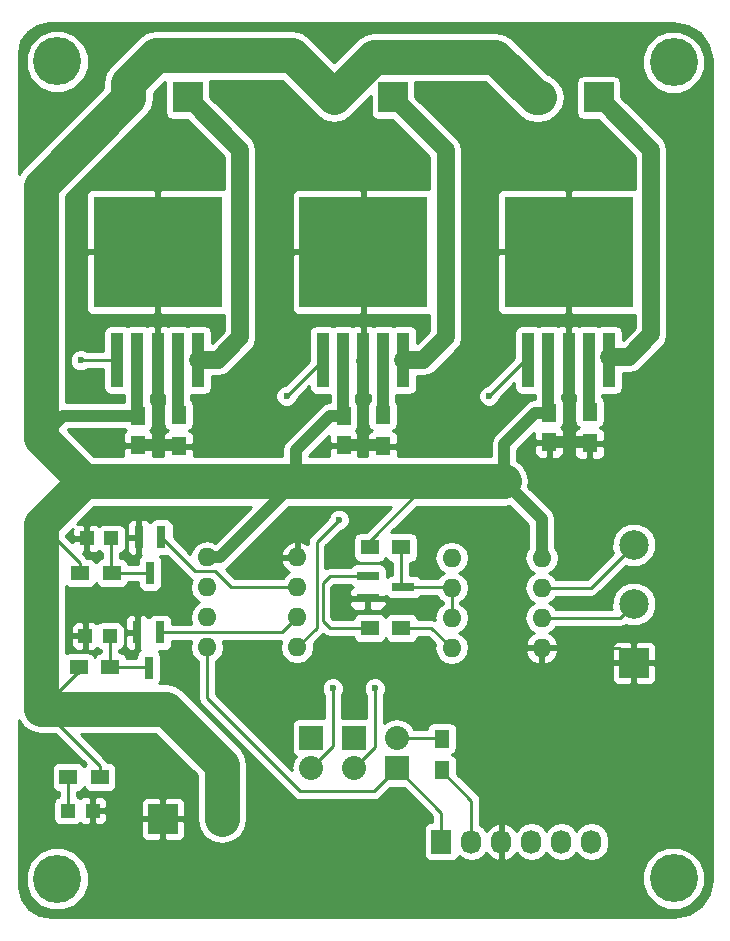
<source format=gbr>
G04 #@! TF.FileFunction,Copper,L1,Top,Signal*
%FSLAX46Y46*%
G04 Gerber Fmt 4.6, Leading zero omitted, Abs format (unit mm)*
G04 Created by KiCad (PCBNEW 4.0.6) date Sunday, 24 September 2017 'AMt' 11:09:54*
%MOMM*%
%LPD*%
G01*
G04 APERTURE LIST*
%ADD10C,0.100000*%
%ADD11C,4.064000*%
%ADD12R,2.500000X2.500000*%
%ADD13C,2.500000*%
%ADD14R,1.727200X2.032000*%
%ADD15O,1.727200X2.032000*%
%ADD16O,1.600000X1.600000*%
%ADD17R,1.250000X1.500000*%
%ADD18R,1.300000X1.500000*%
%ADD19R,1.198880X1.198880*%
%ADD20R,0.800000X1.900000*%
%ADD21R,1.900000X0.800000*%
%ADD22R,1.500000X1.300000*%
%ADD23R,2.032000X2.032000*%
%ADD24O,2.032000X2.032000*%
%ADD25R,1.100000X4.600000*%
%ADD26R,10.800000X9.400000*%
%ADD27C,0.600000*%
%ADD28C,0.250000*%
%ADD29C,3.000000*%
%ADD30C,1.000000*%
%ADD31C,0.500000*%
%ADD32C,2.000000*%
%ADD33C,1.500000*%
%ADD34C,0.254000*%
G04 APERTURE END LIST*
D10*
D11*
X131191000Y-31242000D03*
X183388000Y-31305500D03*
X131191000Y-100457000D03*
D12*
X177038000Y-34290000D03*
D13*
X172038000Y-34290000D03*
D14*
X163741100Y-97294700D03*
D15*
X166281100Y-97294700D03*
X168821100Y-97294700D03*
X171361100Y-97294700D03*
X173901100Y-97294700D03*
X176441100Y-97294700D03*
D12*
X159639000Y-34290000D03*
D13*
X154639000Y-34290000D03*
D12*
X142240000Y-34290000D03*
D13*
X137240000Y-34290000D03*
D12*
X140144500Y-95377000D03*
D13*
X145144500Y-95377000D03*
D16*
X143891000Y-73215500D03*
X143891000Y-75755500D03*
X143891000Y-78295500D03*
X143891000Y-80835500D03*
X151511000Y-80835500D03*
X151511000Y-78295500D03*
X151511000Y-75755500D03*
X151511000Y-73215500D03*
X164592000Y-73279000D03*
X164592000Y-75819000D03*
X164592000Y-78359000D03*
X164592000Y-80899000D03*
X172212000Y-80899000D03*
X172212000Y-78359000D03*
X172212000Y-75819000D03*
X172212000Y-73279000D03*
D17*
X155448000Y-63734000D03*
X155448000Y-61234000D03*
X172847000Y-63480000D03*
X172847000Y-60980000D03*
X138049000Y-63734000D03*
X138049000Y-61234000D03*
D18*
X176276000Y-60880000D03*
X176276000Y-63580000D03*
X158750000Y-61134000D03*
X158750000Y-63834000D03*
X141478000Y-61134000D03*
X141478000Y-63834000D03*
D11*
X183388000Y-100393500D03*
D19*
X135796020Y-71628000D03*
X133697980Y-71628000D03*
D20*
X139888000Y-79589500D03*
X137988000Y-79589500D03*
X138938000Y-82589500D03*
X140015000Y-71525000D03*
X138115000Y-71525000D03*
X139065000Y-74525000D03*
D21*
X157504000Y-74792800D03*
X157504000Y-76692800D03*
X160504000Y-75742800D03*
D18*
X163766500Y-91266000D03*
X163766500Y-88566000D03*
D22*
X157654000Y-79197200D03*
X160354000Y-79197200D03*
X157654000Y-72390000D03*
X160354000Y-72390000D03*
X135716000Y-82550000D03*
X133016000Y-82550000D03*
X135843000Y-74549000D03*
X133143000Y-74549000D03*
X134827000Y-91821000D03*
X132127000Y-91821000D03*
D19*
X135669020Y-79883000D03*
X133570980Y-79883000D03*
X132110480Y-94678500D03*
X134208520Y-94678500D03*
D23*
X159956500Y-91059000D03*
D24*
X159956500Y-88519000D03*
D23*
X156337000Y-88519000D03*
D24*
X156337000Y-91059000D03*
D23*
X152717500Y-88519000D03*
D24*
X152717500Y-91059000D03*
D25*
X177898000Y-56515000D03*
X176198000Y-56515000D03*
X172798000Y-56515000D03*
D26*
X174498000Y-47365000D03*
D25*
X174498000Y-56515000D03*
X171098000Y-56515000D03*
X160499000Y-56515000D03*
X158799000Y-56515000D03*
X155399000Y-56515000D03*
D26*
X157099000Y-47365000D03*
D25*
X157099000Y-56515000D03*
X153699000Y-56515000D03*
X143100000Y-56515000D03*
X141400000Y-56515000D03*
X138000000Y-56515000D03*
D26*
X139700000Y-47365000D03*
D25*
X139700000Y-56515000D03*
X136300000Y-56515000D03*
D13*
X180022500Y-72169000D03*
D12*
X180022500Y-82169000D03*
D13*
X180022500Y-77169000D03*
D27*
X154838400Y-76708000D03*
X137985500Y-77533500D03*
X138112500Y-69342000D03*
X158089600Y-84328000D03*
X150622000Y-59563000D03*
X133197600Y-56540400D03*
X167767000Y-59563000D03*
X155067000Y-70040500D03*
X154533600Y-84328000D03*
D28*
X163766500Y-91266000D02*
X163766500Y-91325700D01*
X163766500Y-91325700D02*
X166281100Y-93840300D01*
X166281100Y-93840300D02*
X166281100Y-97294700D01*
X157654000Y-72390000D02*
X157654000Y-71860400D01*
X157654000Y-71860400D02*
X162712400Y-66802000D01*
X134827000Y-91821000D02*
X134827000Y-90885000D01*
X134827000Y-90885000D02*
X129984500Y-86042500D01*
D29*
X145144500Y-95377000D02*
X145144500Y-90788500D01*
X140398500Y-86042500D02*
X129984500Y-86042500D01*
X129984500Y-86042500D02*
X129857500Y-86042500D01*
X145144500Y-90788500D02*
X140398500Y-86042500D01*
D28*
X133016000Y-82550000D02*
X133016000Y-82884000D01*
X133016000Y-82884000D02*
X129857500Y-86042500D01*
D29*
X129857500Y-70421500D02*
X129857500Y-86042500D01*
D28*
X133016000Y-82550000D02*
X133016000Y-83011000D01*
D30*
X172212000Y-73279000D02*
X172212000Y-69977000D01*
X172212000Y-69977000D02*
X169037000Y-66802000D01*
X143891000Y-73215500D02*
X144970500Y-73215500D01*
X144970500Y-73215500D02*
X151384000Y-66802000D01*
D31*
X143891000Y-73215500D02*
X143891000Y-72707500D01*
D30*
X155448000Y-61234000D02*
X154325000Y-61234000D01*
X154325000Y-61234000D02*
X151384000Y-64175000D01*
X151384000Y-64175000D02*
X151384000Y-66802000D01*
X169037000Y-66802000D02*
X169037000Y-63627000D01*
X169037000Y-63627000D02*
X171684000Y-60980000D01*
X172847000Y-60980000D02*
X171684000Y-60980000D01*
D29*
X169037000Y-66802000D02*
X162712400Y-66802000D01*
X162712400Y-66802000D02*
X151384000Y-66802000D01*
X151384000Y-66802000D02*
X133477000Y-66802000D01*
D30*
X138049000Y-61234000D02*
X131679000Y-61234000D01*
X131679000Y-61234000D02*
X129794000Y-63119000D01*
D28*
X133143000Y-74549000D02*
X133143000Y-73707000D01*
X133143000Y-73707000D02*
X129857500Y-70421500D01*
D29*
X172038000Y-34290000D02*
X171704000Y-34290000D01*
X171704000Y-34290000D02*
X168275000Y-30861000D01*
X158068000Y-30861000D02*
X154639000Y-34290000D01*
X168275000Y-30861000D02*
X158068000Y-30861000D01*
X137240000Y-34290000D02*
X137240000Y-33067000D01*
X137240000Y-33067000D02*
X139573000Y-30734000D01*
X151083000Y-30734000D02*
X154639000Y-34290000D01*
X139573000Y-30734000D02*
X151083000Y-30734000D01*
X137240000Y-34290000D02*
X137240000Y-34337000D01*
X137240000Y-34337000D02*
X129794000Y-41783000D01*
X129794000Y-41783000D02*
X129794000Y-63119000D01*
X129794000Y-63119000D02*
X133477000Y-66802000D01*
X129857500Y-70421500D02*
X133477000Y-66802000D01*
D32*
X154639000Y-34290000D02*
X154639000Y-34243000D01*
X172038000Y-34290000D02*
X172038000Y-34243000D01*
D30*
X138049000Y-61234000D02*
X138029000Y-61234000D01*
X155448000Y-61234000D02*
X155428000Y-61234000D01*
X172847000Y-60980000D02*
X172827000Y-60980000D01*
X138000000Y-56515000D02*
X138000000Y-61185000D01*
X138000000Y-61185000D02*
X138049000Y-61234000D01*
X155399000Y-56515000D02*
X155399000Y-61185000D01*
X155399000Y-61185000D02*
X155448000Y-61234000D01*
X172798000Y-56261000D02*
X172798000Y-60931000D01*
X172798000Y-60931000D02*
X172847000Y-60980000D01*
D28*
X163846500Y-91059000D02*
X163893500Y-91106000D01*
X164211000Y-91139000D02*
X164211000Y-91567000D01*
X157504000Y-76692800D02*
X154853600Y-76692800D01*
X154853600Y-76692800D02*
X154838400Y-76708000D01*
D30*
X157073600Y-63734000D02*
X157073600Y-56540400D01*
X157073600Y-56540400D02*
X157099000Y-56515000D01*
X155448000Y-63734000D02*
X157073600Y-63734000D01*
X157073600Y-63734000D02*
X158650000Y-63734000D01*
X158650000Y-63734000D02*
X158750000Y-63834000D01*
X157035500Y-56578500D02*
X157099000Y-56515000D01*
X158650000Y-63734000D02*
X158750000Y-63834000D01*
X174561500Y-63480000D02*
X174561500Y-56578500D01*
X174561500Y-56578500D02*
X174498000Y-56515000D01*
X172847000Y-63480000D02*
X174561500Y-63480000D01*
X174561500Y-63480000D02*
X176176000Y-63480000D01*
X176176000Y-63480000D02*
X176276000Y-63580000D01*
X158650000Y-63734000D02*
X158750000Y-63834000D01*
X139763500Y-63734000D02*
X139763500Y-56578500D01*
X139763500Y-56578500D02*
X139700000Y-56515000D01*
X138049000Y-63734000D02*
X139763500Y-63734000D01*
X139763500Y-63734000D02*
X141378000Y-63734000D01*
X141378000Y-63734000D02*
X141478000Y-63834000D01*
D28*
X172212000Y-80899000D02*
X178752500Y-80899000D01*
X178752500Y-80899000D02*
X180022500Y-82169000D01*
X137988000Y-79780000D02*
X137988000Y-77536000D01*
X137988000Y-77536000D02*
X137985500Y-77533500D01*
X138115000Y-71207500D02*
X138115000Y-69344500D01*
X138115000Y-69344500D02*
X138112500Y-69342000D01*
D33*
X177898000Y-56261000D02*
X179578000Y-56261000D01*
X181483000Y-38735000D02*
X177038000Y-34290000D01*
X181483000Y-54356000D02*
X181483000Y-38735000D01*
X179578000Y-56261000D02*
X181483000Y-54356000D01*
D28*
X139888000Y-79589500D02*
X150217000Y-79589500D01*
X150217000Y-79589500D02*
X151511000Y-78295500D01*
X140039000Y-79629000D02*
X139888000Y-79780000D01*
X139827000Y-79653000D02*
X139724000Y-79653000D01*
X139827000Y-79653000D02*
X139827000Y-79375000D01*
X151511000Y-75755500D02*
X145923000Y-75755500D01*
X142912000Y-74422000D02*
X140015000Y-71525000D01*
X144589500Y-74422000D02*
X142912000Y-74422000D01*
X145923000Y-75755500D02*
X144589500Y-74422000D01*
X139827000Y-71525000D02*
X139827000Y-71247000D01*
X163741100Y-97294700D02*
X163741100Y-94843600D01*
X163741100Y-94843600D02*
X159956500Y-91059000D01*
X159956500Y-91059000D02*
X157988000Y-93027500D01*
X143891000Y-85152102D02*
X151766398Y-93027500D01*
X143891000Y-85152102D02*
X143891000Y-80835500D01*
X157988000Y-93027500D02*
X151766398Y-93027500D01*
D33*
X160499000Y-56515000D02*
X162179000Y-56515000D01*
X164084000Y-38735000D02*
X159639000Y-34290000D01*
X164084000Y-54610000D02*
X164084000Y-38735000D01*
X162179000Y-56515000D02*
X164084000Y-54610000D01*
X143100000Y-56515000D02*
X144780000Y-56515000D01*
X146685000Y-38735000D02*
X142240000Y-34290000D01*
X146685000Y-54610000D02*
X146685000Y-38735000D01*
X144780000Y-56515000D02*
X146685000Y-54610000D01*
D28*
X172212000Y-75819000D02*
X176372500Y-75819000D01*
X176372500Y-75819000D02*
X180022500Y-72169000D01*
X172212000Y-78359000D02*
X178832500Y-78359000D01*
X178832500Y-78359000D02*
X180022500Y-77169000D01*
X158115000Y-89281000D02*
X158089600Y-84328000D01*
X158115000Y-89281000D02*
X156337000Y-91059000D01*
D30*
X176198000Y-56261000D02*
X176198000Y-60802000D01*
X176198000Y-60802000D02*
X176276000Y-60880000D01*
X158799000Y-56515000D02*
X158799000Y-61085000D01*
X158799000Y-61085000D02*
X158750000Y-61134000D01*
X141400000Y-56515000D02*
X141400000Y-61056000D01*
X141400000Y-61056000D02*
X141478000Y-61134000D01*
D28*
X153670000Y-56515000D02*
X150622000Y-59563000D01*
X153699000Y-56515000D02*
X153670000Y-56515000D01*
X133197600Y-56540400D02*
X133226600Y-56540400D01*
X136300000Y-56515000D02*
X133226600Y-56540400D01*
X136300000Y-56515000D02*
X136271000Y-56515000D01*
X151511000Y-80835500D02*
X153162000Y-79184500D01*
X167767000Y-59563000D02*
X171069000Y-56261000D01*
X153162000Y-71945500D02*
X155067000Y-70040500D01*
X153162000Y-79184500D02*
X153162000Y-71945500D01*
X171098000Y-56261000D02*
X171069000Y-56261000D01*
X135716000Y-82550000D02*
X138914000Y-82550000D01*
X138914000Y-82804000D02*
X138938000Y-82780000D01*
X135669020Y-80010000D02*
X135669020Y-82503020D01*
X135669020Y-82503020D02*
X135716000Y-82550000D01*
X132127000Y-91821000D02*
X132127000Y-94661980D01*
X132127000Y-94661980D02*
X132110480Y-94678500D01*
X135843000Y-74549000D02*
X139041000Y-74549000D01*
X139041000Y-74549000D02*
X139065000Y-74525000D01*
X138853000Y-74549000D02*
X138877000Y-74525000D01*
X135796020Y-71628000D02*
X135796020Y-74502020D01*
X135796020Y-74502020D02*
X135843000Y-74549000D01*
X160354000Y-79197200D02*
X162890200Y-79197200D01*
X162890200Y-79197200D02*
X164592000Y-80899000D01*
X154559000Y-89217500D02*
X154533600Y-84328000D01*
X152717500Y-91059000D02*
X154559000Y-89217500D01*
X157654000Y-79197200D02*
X154272402Y-79197200D01*
X154315200Y-74792800D02*
X157504000Y-74792800D01*
X153670000Y-75438000D02*
X154315200Y-74792800D01*
X153670000Y-78594798D02*
X153670000Y-75438000D01*
X154272402Y-79197200D02*
X153670000Y-78594798D01*
X157298400Y-79209900D02*
X157298400Y-79187898D01*
X160504000Y-75742800D02*
X164515800Y-75742800D01*
X164515800Y-75742800D02*
X164592000Y-75819000D01*
X160354000Y-72390000D02*
X160354000Y-75592800D01*
X160354000Y-75592800D02*
X160504000Y-75742800D01*
X164592000Y-75819000D02*
X164592000Y-78359000D01*
X159956500Y-88519000D02*
X163719500Y-88519000D01*
X163719500Y-88519000D02*
X163766500Y-88566000D01*
D34*
G36*
X184601098Y-28224082D02*
X185624731Y-28859773D01*
X186327176Y-29838800D01*
X186615000Y-31069895D01*
X186615000Y-100514069D01*
X186366175Y-101764995D01*
X185697196Y-102766196D01*
X184695995Y-103435176D01*
X183445069Y-103684000D01*
X130739177Y-103684000D01*
X129660830Y-103512292D01*
X128802766Y-102985493D01*
X128211616Y-102170426D01*
X127964000Y-101135266D01*
X127964000Y-100985172D01*
X128523538Y-100985172D01*
X128928709Y-101965761D01*
X129678293Y-102716655D01*
X130658173Y-103123536D01*
X131719172Y-103124462D01*
X132699761Y-102719291D01*
X133450655Y-101969707D01*
X133857536Y-100989827D01*
X133857595Y-100921672D01*
X180720538Y-100921672D01*
X181125709Y-101902261D01*
X181875293Y-102653155D01*
X182855173Y-103060036D01*
X183916172Y-103060962D01*
X184896761Y-102655791D01*
X185647655Y-101906207D01*
X186054536Y-100926327D01*
X186055462Y-99865328D01*
X185650291Y-98884739D01*
X184900707Y-98133845D01*
X183920827Y-97726964D01*
X182859828Y-97726038D01*
X181879239Y-98131209D01*
X181128345Y-98880793D01*
X180721464Y-99860673D01*
X180720538Y-100921672D01*
X133857595Y-100921672D01*
X133858462Y-99928828D01*
X133453291Y-98948239D01*
X132703707Y-98197345D01*
X131723827Y-97790464D01*
X130662828Y-97789538D01*
X129682239Y-98194709D01*
X128931345Y-98944293D01*
X128524464Y-99924173D01*
X128523538Y-100985172D01*
X127964000Y-100985172D01*
X127964000Y-86977735D01*
X128347827Y-87552173D01*
X129040471Y-88014983D01*
X129857500Y-88177500D01*
X131044698Y-88177500D01*
X133604674Y-90737476D01*
X133480569Y-90919110D01*
X133477919Y-90932197D01*
X133341090Y-90719559D01*
X133128890Y-90574569D01*
X132877000Y-90523560D01*
X131377000Y-90523560D01*
X131141683Y-90567838D01*
X130925559Y-90706910D01*
X130780569Y-90919110D01*
X130729560Y-91171000D01*
X130729560Y-92471000D01*
X130773838Y-92706317D01*
X130912910Y-92922441D01*
X131125110Y-93067431D01*
X131367000Y-93116415D01*
X131367000Y-93458723D01*
X131275723Y-93475898D01*
X131059599Y-93614970D01*
X130914609Y-93827170D01*
X130863600Y-94079060D01*
X130863600Y-95277940D01*
X130907878Y-95513257D01*
X131046950Y-95729381D01*
X131259150Y-95874371D01*
X131511040Y-95925380D01*
X132709920Y-95925380D01*
X132945237Y-95881102D01*
X133161361Y-95742030D01*
X133166956Y-95733841D01*
X133249382Y-95816267D01*
X133482771Y-95912940D01*
X133922770Y-95912940D01*
X134081520Y-95754190D01*
X134081520Y-94805500D01*
X134335520Y-94805500D01*
X134335520Y-95754190D01*
X134494270Y-95912940D01*
X134934269Y-95912940D01*
X135167658Y-95816267D01*
X135321175Y-95662750D01*
X138259500Y-95662750D01*
X138259500Y-96753310D01*
X138356173Y-96986699D01*
X138534802Y-97165327D01*
X138768191Y-97262000D01*
X139858750Y-97262000D01*
X140017500Y-97103250D01*
X140017500Y-95504000D01*
X140271500Y-95504000D01*
X140271500Y-97103250D01*
X140430250Y-97262000D01*
X141520809Y-97262000D01*
X141754198Y-97165327D01*
X141932827Y-96986699D01*
X142029500Y-96753310D01*
X142029500Y-95662750D01*
X141870750Y-95504000D01*
X140271500Y-95504000D01*
X140017500Y-95504000D01*
X138418250Y-95504000D01*
X138259500Y-95662750D01*
X135321175Y-95662750D01*
X135346287Y-95637639D01*
X135442960Y-95404250D01*
X135442960Y-94964250D01*
X135284210Y-94805500D01*
X134335520Y-94805500D01*
X134081520Y-94805500D01*
X134061520Y-94805500D01*
X134061520Y-94551500D01*
X134081520Y-94551500D01*
X134081520Y-93602810D01*
X134335520Y-93602810D01*
X134335520Y-94551500D01*
X135284210Y-94551500D01*
X135442960Y-94392750D01*
X135442960Y-94000690D01*
X138259500Y-94000690D01*
X138259500Y-95091250D01*
X138418250Y-95250000D01*
X140017500Y-95250000D01*
X140017500Y-93650750D01*
X140271500Y-93650750D01*
X140271500Y-95250000D01*
X141870750Y-95250000D01*
X142029500Y-95091250D01*
X142029500Y-94000690D01*
X141932827Y-93767301D01*
X141754198Y-93588673D01*
X141520809Y-93492000D01*
X140430250Y-93492000D01*
X140271500Y-93650750D01*
X140017500Y-93650750D01*
X139858750Y-93492000D01*
X138768191Y-93492000D01*
X138534802Y-93588673D01*
X138356173Y-93767301D01*
X138259500Y-94000690D01*
X135442960Y-94000690D01*
X135442960Y-93952750D01*
X135346287Y-93719361D01*
X135167658Y-93540733D01*
X134934269Y-93444060D01*
X134494270Y-93444060D01*
X134335520Y-93602810D01*
X134081520Y-93602810D01*
X133922770Y-93444060D01*
X133482771Y-93444060D01*
X133249382Y-93540733D01*
X133167169Y-93622945D01*
X132961810Y-93482629D01*
X132887000Y-93467480D01*
X132887000Y-93116558D01*
X133112317Y-93074162D01*
X133328441Y-92935090D01*
X133473431Y-92722890D01*
X133476081Y-92709803D01*
X133612910Y-92922441D01*
X133825110Y-93067431D01*
X134077000Y-93118440D01*
X135577000Y-93118440D01*
X135812317Y-93074162D01*
X136028441Y-92935090D01*
X136173431Y-92722890D01*
X136224440Y-92471000D01*
X136224440Y-91171000D01*
X136180162Y-90935683D01*
X136041090Y-90719559D01*
X135828890Y-90574569D01*
X135577000Y-90523560D01*
X135481975Y-90523560D01*
X135364401Y-90347599D01*
X133194302Y-88177500D01*
X139514154Y-88177500D01*
X143009500Y-91672846D01*
X143009500Y-95377000D01*
X143172017Y-96194029D01*
X143634827Y-96886673D01*
X144327471Y-97349483D01*
X145144500Y-97512000D01*
X145961529Y-97349483D01*
X146654173Y-96886673D01*
X147116983Y-96194029D01*
X147279500Y-95377000D01*
X147279500Y-90788500D01*
X147116983Y-89971471D01*
X146654173Y-89278827D01*
X141908173Y-84532827D01*
X141215529Y-84070017D01*
X140398500Y-83907500D01*
X139855096Y-83907500D01*
X139934431Y-83791390D01*
X139985440Y-83539500D01*
X139985440Y-81639500D01*
X139941162Y-81404183D01*
X139802090Y-81188059D01*
X139800452Y-81186940D01*
X140288000Y-81186940D01*
X140523317Y-81142662D01*
X140739441Y-81003590D01*
X140884431Y-80791390D01*
X140935440Y-80539500D01*
X140935440Y-80349500D01*
X142524558Y-80349500D01*
X142427887Y-80835500D01*
X142537120Y-81384651D01*
X142848189Y-81850198D01*
X143131000Y-82039167D01*
X143131000Y-85152102D01*
X143188852Y-85442941D01*
X143353599Y-85689503D01*
X151228997Y-93564901D01*
X151475559Y-93729648D01*
X151766398Y-93787500D01*
X157988000Y-93787500D01*
X158278839Y-93729648D01*
X158525401Y-93564901D01*
X159367862Y-92722440D01*
X160545138Y-92722440D01*
X162981100Y-95158402D01*
X162981100Y-95631260D01*
X162877500Y-95631260D01*
X162642183Y-95675538D01*
X162426059Y-95814610D01*
X162281069Y-96026810D01*
X162230060Y-96278700D01*
X162230060Y-98310700D01*
X162274338Y-98546017D01*
X162413410Y-98762141D01*
X162625610Y-98907131D01*
X162877500Y-98958140D01*
X164604700Y-98958140D01*
X164840017Y-98913862D01*
X165056141Y-98774790D01*
X165201131Y-98562590D01*
X165209500Y-98521261D01*
X165221430Y-98539115D01*
X165707611Y-98863971D01*
X166281100Y-98978045D01*
X166854589Y-98863971D01*
X167340770Y-98539115D01*
X167547561Y-98229631D01*
X167919064Y-98645432D01*
X168446309Y-98899409D01*
X168462074Y-98902058D01*
X168694100Y-98780917D01*
X168694100Y-97421700D01*
X168674100Y-97421700D01*
X168674100Y-97167700D01*
X168694100Y-97167700D01*
X168694100Y-95808483D01*
X168948100Y-95808483D01*
X168948100Y-97167700D01*
X168968100Y-97167700D01*
X168968100Y-97421700D01*
X168948100Y-97421700D01*
X168948100Y-98780917D01*
X169180126Y-98902058D01*
X169195891Y-98899409D01*
X169723136Y-98645432D01*
X170094639Y-98229631D01*
X170301430Y-98539115D01*
X170787611Y-98863971D01*
X171361100Y-98978045D01*
X171934589Y-98863971D01*
X172420770Y-98539115D01*
X172631100Y-98224334D01*
X172841430Y-98539115D01*
X173327611Y-98863971D01*
X173901100Y-98978045D01*
X174474589Y-98863971D01*
X174960770Y-98539115D01*
X175171100Y-98224334D01*
X175381430Y-98539115D01*
X175867611Y-98863971D01*
X176441100Y-98978045D01*
X177014589Y-98863971D01*
X177500770Y-98539115D01*
X177825626Y-98052934D01*
X177939700Y-97479445D01*
X177939700Y-97109955D01*
X177825626Y-96536466D01*
X177500770Y-96050285D01*
X177014589Y-95725429D01*
X176441100Y-95611355D01*
X175867611Y-95725429D01*
X175381430Y-96050285D01*
X175171100Y-96365066D01*
X174960770Y-96050285D01*
X174474589Y-95725429D01*
X173901100Y-95611355D01*
X173327611Y-95725429D01*
X172841430Y-96050285D01*
X172631100Y-96365066D01*
X172420770Y-96050285D01*
X171934589Y-95725429D01*
X171361100Y-95611355D01*
X170787611Y-95725429D01*
X170301430Y-96050285D01*
X170094639Y-96359769D01*
X169723136Y-95943968D01*
X169195891Y-95689991D01*
X169180126Y-95687342D01*
X168948100Y-95808483D01*
X168694100Y-95808483D01*
X168462074Y-95687342D01*
X168446309Y-95689991D01*
X167919064Y-95943968D01*
X167547561Y-96359769D01*
X167340770Y-96050285D01*
X167041100Y-95850052D01*
X167041100Y-93840300D01*
X166983248Y-93549461D01*
X166983248Y-93549460D01*
X166818501Y-93302899D01*
X165063940Y-91548338D01*
X165063940Y-90516000D01*
X165019662Y-90280683D01*
X164880590Y-90064559D01*
X164668390Y-89919569D01*
X164655303Y-89916919D01*
X164867941Y-89780090D01*
X165012931Y-89567890D01*
X165063940Y-89316000D01*
X165063940Y-87816000D01*
X165019662Y-87580683D01*
X164880590Y-87364559D01*
X164668390Y-87219569D01*
X164416500Y-87168560D01*
X163116500Y-87168560D01*
X162881183Y-87212838D01*
X162665059Y-87351910D01*
X162520069Y-87564110D01*
X162480603Y-87759000D01*
X161428516Y-87759000D01*
X161156278Y-87351567D01*
X160620655Y-86993675D01*
X159988845Y-86868000D01*
X159924155Y-86868000D01*
X159292345Y-86993675D01*
X158864745Y-87279388D01*
X158852480Y-84887588D01*
X158881792Y-84858327D01*
X159024438Y-84514799D01*
X159024762Y-84142833D01*
X158882717Y-83799057D01*
X158619927Y-83535808D01*
X158276399Y-83393162D01*
X157904433Y-83392838D01*
X157560657Y-83534883D01*
X157297408Y-83797673D01*
X157154762Y-84141201D01*
X157154438Y-84513167D01*
X157296483Y-84856943D01*
X157332488Y-84893010D01*
X157342552Y-86855560D01*
X155321000Y-86855560D01*
X155306755Y-86858240D01*
X155296517Y-84887551D01*
X155325792Y-84858327D01*
X155468438Y-84514799D01*
X155468762Y-84142833D01*
X155326717Y-83799057D01*
X155063927Y-83535808D01*
X154720399Y-83393162D01*
X154348433Y-83392838D01*
X154004657Y-83534883D01*
X153741408Y-83797673D01*
X153598762Y-84141201D01*
X153598438Y-84513167D01*
X153740483Y-84856943D01*
X153776525Y-84893048D01*
X153786776Y-86866349D01*
X153733500Y-86855560D01*
X151701500Y-86855560D01*
X151466183Y-86899838D01*
X151250059Y-87038910D01*
X151105069Y-87251110D01*
X151054060Y-87503000D01*
X151054060Y-89535000D01*
X151098338Y-89770317D01*
X151237410Y-89986441D01*
X151386337Y-90088198D01*
X151159830Y-90427190D01*
X151034155Y-91059000D01*
X151074245Y-91260545D01*
X144651000Y-84837300D01*
X144651000Y-82454750D01*
X178137500Y-82454750D01*
X178137500Y-83545309D01*
X178234173Y-83778698D01*
X178412801Y-83957327D01*
X178646190Y-84054000D01*
X179736750Y-84054000D01*
X179895500Y-83895250D01*
X179895500Y-82296000D01*
X180149500Y-82296000D01*
X180149500Y-83895250D01*
X180308250Y-84054000D01*
X181398810Y-84054000D01*
X181632199Y-83957327D01*
X181810827Y-83778698D01*
X181907500Y-83545309D01*
X181907500Y-82454750D01*
X181748750Y-82296000D01*
X180149500Y-82296000D01*
X179895500Y-82296000D01*
X178296250Y-82296000D01*
X178137500Y-82454750D01*
X144651000Y-82454750D01*
X144651000Y-82039167D01*
X144933811Y-81850198D01*
X145244880Y-81384651D01*
X145354113Y-80835500D01*
X145257442Y-80349500D01*
X150144558Y-80349500D01*
X150047887Y-80835500D01*
X150157120Y-81384651D01*
X150468189Y-81850198D01*
X150933736Y-82161267D01*
X151482887Y-82270500D01*
X151539113Y-82270500D01*
X152088264Y-82161267D01*
X152553811Y-81850198D01*
X152864880Y-81384651D01*
X152974113Y-80835500D01*
X152909688Y-80511614D01*
X153699401Y-79721901D01*
X153708573Y-79708173D01*
X153735001Y-79734601D01*
X153981563Y-79899348D01*
X154272402Y-79957200D01*
X156277258Y-79957200D01*
X156300838Y-80082517D01*
X156439910Y-80298641D01*
X156652110Y-80443631D01*
X156904000Y-80494640D01*
X158404000Y-80494640D01*
X158639317Y-80450362D01*
X158855441Y-80311290D01*
X159000431Y-80099090D01*
X159003081Y-80086003D01*
X159139910Y-80298641D01*
X159352110Y-80443631D01*
X159604000Y-80494640D01*
X161104000Y-80494640D01*
X161339317Y-80450362D01*
X161555441Y-80311290D01*
X161700431Y-80099090D01*
X161729164Y-79957200D01*
X162575398Y-79957200D01*
X163193312Y-80575114D01*
X163128887Y-80899000D01*
X163238120Y-81448151D01*
X163549189Y-81913698D01*
X164014736Y-82224767D01*
X164563887Y-82334000D01*
X164620113Y-82334000D01*
X165169264Y-82224767D01*
X165634811Y-81913698D01*
X165945880Y-81448151D01*
X165985684Y-81248039D01*
X170820096Y-81248039D01*
X170980959Y-81636423D01*
X171356866Y-82051389D01*
X171862959Y-82290914D01*
X172085000Y-82169629D01*
X172085000Y-81026000D01*
X172339000Y-81026000D01*
X172339000Y-82169629D01*
X172561041Y-82290914D01*
X173067134Y-82051389D01*
X173443041Y-81636423D01*
X173603904Y-81248039D01*
X173481915Y-81026000D01*
X172339000Y-81026000D01*
X172085000Y-81026000D01*
X170942085Y-81026000D01*
X170820096Y-81248039D01*
X165985684Y-81248039D01*
X166055113Y-80899000D01*
X166033967Y-80792691D01*
X178137500Y-80792691D01*
X178137500Y-81883250D01*
X178296250Y-82042000D01*
X179895500Y-82042000D01*
X179895500Y-80442750D01*
X180149500Y-80442750D01*
X180149500Y-82042000D01*
X181748750Y-82042000D01*
X181907500Y-81883250D01*
X181907500Y-80792691D01*
X181810827Y-80559302D01*
X181632199Y-80380673D01*
X181398810Y-80284000D01*
X180308250Y-80284000D01*
X180149500Y-80442750D01*
X179895500Y-80442750D01*
X179736750Y-80284000D01*
X178646190Y-80284000D01*
X178412801Y-80380673D01*
X178234173Y-80559302D01*
X178137500Y-80792691D01*
X166033967Y-80792691D01*
X165945880Y-80349849D01*
X165634811Y-79884302D01*
X165252725Y-79629000D01*
X165634811Y-79373698D01*
X165945880Y-78908151D01*
X166055113Y-78359000D01*
X165945880Y-77809849D01*
X165634811Y-77344302D01*
X165352000Y-77155333D01*
X165352000Y-77022667D01*
X165634811Y-76833698D01*
X165945880Y-76368151D01*
X166055113Y-75819000D01*
X165945880Y-75269849D01*
X165634811Y-74804302D01*
X165252725Y-74549000D01*
X165634811Y-74293698D01*
X165945880Y-73828151D01*
X166055113Y-73279000D01*
X165945880Y-72729849D01*
X165634811Y-72264302D01*
X165169264Y-71953233D01*
X164620113Y-71844000D01*
X164563887Y-71844000D01*
X164014736Y-71953233D01*
X163549189Y-72264302D01*
X163238120Y-72729849D01*
X163128887Y-73279000D01*
X163238120Y-73828151D01*
X163549189Y-74293698D01*
X163931275Y-74549000D01*
X163549189Y-74804302D01*
X163429920Y-74982800D01*
X161976931Y-74982800D01*
X161918090Y-74891359D01*
X161705890Y-74746369D01*
X161454000Y-74695360D01*
X161114000Y-74695360D01*
X161114000Y-73685558D01*
X161339317Y-73643162D01*
X161555441Y-73504090D01*
X161700431Y-73291890D01*
X161751440Y-73040000D01*
X161751440Y-71740000D01*
X161707162Y-71504683D01*
X161568090Y-71288559D01*
X161355890Y-71143569D01*
X161104000Y-71092560D01*
X159604000Y-71092560D01*
X159471759Y-71117443D01*
X161652202Y-68937000D01*
X169037000Y-68937000D01*
X169478957Y-68849089D01*
X171077000Y-70447132D01*
X171077000Y-72402272D01*
X170858120Y-72729849D01*
X170748887Y-73279000D01*
X170858120Y-73828151D01*
X171169189Y-74293698D01*
X171551275Y-74549000D01*
X171169189Y-74804302D01*
X170858120Y-75269849D01*
X170748887Y-75819000D01*
X170858120Y-76368151D01*
X171169189Y-76833698D01*
X171551275Y-77089000D01*
X171169189Y-77344302D01*
X170858120Y-77809849D01*
X170748887Y-78359000D01*
X170858120Y-78908151D01*
X171169189Y-79373698D01*
X171573703Y-79643986D01*
X171356866Y-79746611D01*
X170980959Y-80161577D01*
X170820096Y-80549961D01*
X170942085Y-80772000D01*
X172085000Y-80772000D01*
X172085000Y-80752000D01*
X172339000Y-80752000D01*
X172339000Y-80772000D01*
X173481915Y-80772000D01*
X173603904Y-80549961D01*
X173443041Y-80161577D01*
X173067134Y-79746611D01*
X172850297Y-79643986D01*
X173254811Y-79373698D01*
X173424995Y-79119000D01*
X178832500Y-79119000D01*
X179123339Y-79061148D01*
X179330522Y-78922713D01*
X179645905Y-79053672D01*
X180395805Y-79054326D01*
X181088872Y-78767957D01*
X181619593Y-78238161D01*
X181907172Y-77545595D01*
X181907826Y-76795695D01*
X181621457Y-76102628D01*
X181091661Y-75571907D01*
X180399095Y-75284328D01*
X179649195Y-75283674D01*
X178956128Y-75570043D01*
X178425407Y-76099839D01*
X178137828Y-76792405D01*
X178137174Y-77542305D01*
X178160600Y-77599000D01*
X173424995Y-77599000D01*
X173254811Y-77344302D01*
X172872725Y-77089000D01*
X173254811Y-76833698D01*
X173424995Y-76579000D01*
X176372500Y-76579000D01*
X176663339Y-76521148D01*
X176909901Y-76356401D01*
X179339755Y-73926547D01*
X179645905Y-74053672D01*
X180395805Y-74054326D01*
X181088872Y-73767957D01*
X181619593Y-73238161D01*
X181907172Y-72545595D01*
X181907826Y-71795695D01*
X181621457Y-71102628D01*
X181091661Y-70571907D01*
X180399095Y-70284328D01*
X179649195Y-70283674D01*
X178956128Y-70570043D01*
X178425407Y-71099839D01*
X178137828Y-71792405D01*
X178137174Y-72542305D01*
X178265009Y-72851689D01*
X176057698Y-75059000D01*
X173424995Y-75059000D01*
X173254811Y-74804302D01*
X172872725Y-74549000D01*
X173254811Y-74293698D01*
X173565880Y-73828151D01*
X173675113Y-73279000D01*
X173565880Y-72729849D01*
X173347000Y-72402272D01*
X173347000Y-69977000D01*
X173260603Y-69542654D01*
X173014566Y-69174434D01*
X171084089Y-67243957D01*
X171172000Y-66802000D01*
X171009483Y-65984971D01*
X170546673Y-65292327D01*
X170172000Y-65041978D01*
X170172000Y-64097132D01*
X170503382Y-63765750D01*
X171587000Y-63765750D01*
X171587000Y-64356309D01*
X171683673Y-64589698D01*
X171862301Y-64768327D01*
X172095690Y-64865000D01*
X172561250Y-64865000D01*
X172720000Y-64706250D01*
X172720000Y-63607000D01*
X172974000Y-63607000D01*
X172974000Y-64706250D01*
X173132750Y-64865000D01*
X173598310Y-64865000D01*
X173831699Y-64768327D01*
X174010327Y-64589698D01*
X174107000Y-64356309D01*
X174107000Y-63865750D01*
X174991000Y-63865750D01*
X174991000Y-64456309D01*
X175087673Y-64689698D01*
X175266301Y-64868327D01*
X175499690Y-64965000D01*
X175990250Y-64965000D01*
X176149000Y-64806250D01*
X176149000Y-63707000D01*
X176403000Y-63707000D01*
X176403000Y-64806250D01*
X176561750Y-64965000D01*
X177052310Y-64965000D01*
X177285699Y-64868327D01*
X177464327Y-64689698D01*
X177561000Y-64456309D01*
X177561000Y-63865750D01*
X177402250Y-63707000D01*
X176403000Y-63707000D01*
X176149000Y-63707000D01*
X175149750Y-63707000D01*
X174991000Y-63865750D01*
X174107000Y-63865750D01*
X174107000Y-63765750D01*
X173948250Y-63607000D01*
X172974000Y-63607000D01*
X172720000Y-63607000D01*
X171745750Y-63607000D01*
X171587000Y-63765750D01*
X170503382Y-63765750D01*
X171587000Y-62682132D01*
X171587000Y-63194250D01*
X171745750Y-63353000D01*
X172720000Y-63353000D01*
X172720000Y-63333000D01*
X172974000Y-63333000D01*
X172974000Y-63353000D01*
X173948250Y-63353000D01*
X174107000Y-63194250D01*
X174107000Y-62603691D01*
X174010327Y-62370302D01*
X173869090Y-62229064D01*
X173923441Y-62194090D01*
X174068431Y-61981890D01*
X174119440Y-61730000D01*
X174119440Y-60230000D01*
X174075162Y-59994683D01*
X173936090Y-59778559D01*
X173933000Y-59776448D01*
X173933000Y-59450000D01*
X174212250Y-59450000D01*
X174371000Y-59291250D01*
X174371000Y-56642000D01*
X174351000Y-56642000D01*
X174351000Y-56388000D01*
X174371000Y-56388000D01*
X174371000Y-53738750D01*
X174212250Y-53580000D01*
X173821690Y-53580000D01*
X173648459Y-53651755D01*
X173599890Y-53618569D01*
X173348000Y-53567560D01*
X172248000Y-53567560D01*
X172012683Y-53611838D01*
X171949522Y-53652481D01*
X171899890Y-53618569D01*
X171648000Y-53567560D01*
X170548000Y-53567560D01*
X170312683Y-53611838D01*
X170096559Y-53750910D01*
X169951569Y-53963110D01*
X169900560Y-54215000D01*
X169900560Y-56354638D01*
X167627320Y-58627878D01*
X167581833Y-58627838D01*
X167238057Y-58769883D01*
X166974808Y-59032673D01*
X166832162Y-59376201D01*
X166831838Y-59748167D01*
X166973883Y-60091943D01*
X167236673Y-60355192D01*
X167580201Y-60497838D01*
X167952167Y-60498162D01*
X168295943Y-60356117D01*
X168559192Y-60093327D01*
X168701838Y-59749799D01*
X168701879Y-59702923D01*
X169900560Y-58504242D01*
X169900560Y-58815000D01*
X169944838Y-59050317D01*
X170083910Y-59266441D01*
X170296110Y-59411431D01*
X170548000Y-59462440D01*
X171648000Y-59462440D01*
X171663000Y-59459618D01*
X171663000Y-59849177D01*
X171249654Y-59931397D01*
X170881434Y-60177434D01*
X168234434Y-62824434D01*
X167988397Y-63192654D01*
X167902000Y-63627000D01*
X167902000Y-64667000D01*
X160035000Y-64667000D01*
X160035000Y-64119750D01*
X159876250Y-63961000D01*
X158877000Y-63961000D01*
X158877000Y-63981000D01*
X158623000Y-63981000D01*
X158623000Y-63961000D01*
X157623750Y-63961000D01*
X157465000Y-64119750D01*
X157465000Y-64667000D01*
X156684518Y-64667000D01*
X156708000Y-64610309D01*
X156708000Y-64019750D01*
X156549250Y-63861000D01*
X155575000Y-63861000D01*
X155575000Y-63881000D01*
X155321000Y-63881000D01*
X155321000Y-63861000D01*
X154346750Y-63861000D01*
X154188000Y-64019750D01*
X154188000Y-64610309D01*
X154211482Y-64667000D01*
X152519000Y-64667000D01*
X152519000Y-64645132D01*
X154188000Y-62976132D01*
X154188000Y-63448250D01*
X154346750Y-63607000D01*
X155321000Y-63607000D01*
X155321000Y-63587000D01*
X155575000Y-63587000D01*
X155575000Y-63607000D01*
X156549250Y-63607000D01*
X156708000Y-63448250D01*
X156708000Y-62857691D01*
X156611327Y-62624302D01*
X156470090Y-62483064D01*
X156524441Y-62448090D01*
X156669431Y-62235890D01*
X156720440Y-61984000D01*
X156720440Y-60484000D01*
X156676162Y-60248683D01*
X156537090Y-60032559D01*
X156534000Y-60030448D01*
X156534000Y-59450000D01*
X156813250Y-59450000D01*
X156972000Y-59291250D01*
X156972000Y-56642000D01*
X156952000Y-56642000D01*
X156952000Y-56388000D01*
X156972000Y-56388000D01*
X156972000Y-53738750D01*
X156813250Y-53580000D01*
X156422690Y-53580000D01*
X156249459Y-53651755D01*
X156200890Y-53618569D01*
X155949000Y-53567560D01*
X154849000Y-53567560D01*
X154613683Y-53611838D01*
X154550522Y-53652481D01*
X154500890Y-53618569D01*
X154249000Y-53567560D01*
X153149000Y-53567560D01*
X152913683Y-53611838D01*
X152697559Y-53750910D01*
X152552569Y-53963110D01*
X152501560Y-54215000D01*
X152501560Y-56608638D01*
X150482320Y-58627878D01*
X150436833Y-58627838D01*
X150093057Y-58769883D01*
X149829808Y-59032673D01*
X149687162Y-59376201D01*
X149686838Y-59748167D01*
X149828883Y-60091943D01*
X150091673Y-60355192D01*
X150435201Y-60497838D01*
X150807167Y-60498162D01*
X151150943Y-60356117D01*
X151414192Y-60093327D01*
X151556838Y-59749799D01*
X151556879Y-59702923D01*
X152501560Y-58758242D01*
X152501560Y-58815000D01*
X152545838Y-59050317D01*
X152684910Y-59266441D01*
X152897110Y-59411431D01*
X153149000Y-59462440D01*
X154249000Y-59462440D01*
X154264000Y-59459618D01*
X154264000Y-60111134D01*
X153890654Y-60185397D01*
X153636538Y-60355192D01*
X153522434Y-60431434D01*
X150581434Y-63372434D01*
X150335397Y-63740654D01*
X150249000Y-64175000D01*
X150249000Y-64667000D01*
X142763000Y-64667000D01*
X142763000Y-64119750D01*
X142604250Y-63961000D01*
X141605000Y-63961000D01*
X141605000Y-63981000D01*
X141351000Y-63981000D01*
X141351000Y-63961000D01*
X140351750Y-63961000D01*
X140193000Y-64119750D01*
X140193000Y-64667000D01*
X139285518Y-64667000D01*
X139309000Y-64610309D01*
X139309000Y-64019750D01*
X139150250Y-63861000D01*
X138176000Y-63861000D01*
X138176000Y-63881000D01*
X137922000Y-63881000D01*
X137922000Y-63861000D01*
X136947750Y-63861000D01*
X136789000Y-64019750D01*
X136789000Y-64610309D01*
X136812482Y-64667000D01*
X134361346Y-64667000D01*
X132106239Y-62411893D01*
X132149133Y-62369000D01*
X136917156Y-62369000D01*
X136959910Y-62435441D01*
X137028006Y-62481969D01*
X136885673Y-62624302D01*
X136789000Y-62857691D01*
X136789000Y-63448250D01*
X136947750Y-63607000D01*
X137922000Y-63607000D01*
X137922000Y-63587000D01*
X138176000Y-63587000D01*
X138176000Y-63607000D01*
X139150250Y-63607000D01*
X139309000Y-63448250D01*
X139309000Y-62857691D01*
X139212327Y-62624302D01*
X139071090Y-62483064D01*
X139125441Y-62448090D01*
X139270431Y-62235890D01*
X139321440Y-61984000D01*
X139321440Y-60484000D01*
X139277162Y-60248683D01*
X139138090Y-60032559D01*
X139135000Y-60030448D01*
X139135000Y-59450000D01*
X139414250Y-59450000D01*
X139573000Y-59291250D01*
X139573000Y-56642000D01*
X139553000Y-56642000D01*
X139553000Y-56388000D01*
X139573000Y-56388000D01*
X139573000Y-53738750D01*
X139414250Y-53580000D01*
X139023690Y-53580000D01*
X138850459Y-53651755D01*
X138801890Y-53618569D01*
X138550000Y-53567560D01*
X137450000Y-53567560D01*
X137214683Y-53611838D01*
X137151522Y-53652481D01*
X137101890Y-53618569D01*
X136850000Y-53567560D01*
X135750000Y-53567560D01*
X135514683Y-53611838D01*
X135298559Y-53750910D01*
X135153569Y-53963110D01*
X135102560Y-54215000D01*
X135102560Y-55764870D01*
X133755672Y-55776002D01*
X133727927Y-55748208D01*
X133384399Y-55605562D01*
X133012433Y-55605238D01*
X132668657Y-55747283D01*
X132405408Y-56010073D01*
X132262762Y-56353601D01*
X132262438Y-56725567D01*
X132404483Y-57069343D01*
X132667273Y-57332592D01*
X133010801Y-57475238D01*
X133382767Y-57475562D01*
X133726543Y-57333517D01*
X133764142Y-57295983D01*
X135102560Y-57284922D01*
X135102560Y-58815000D01*
X135146838Y-59050317D01*
X135285910Y-59266441D01*
X135498110Y-59411431D01*
X135750000Y-59462440D01*
X136850000Y-59462440D01*
X136865000Y-59459618D01*
X136865000Y-60099000D01*
X131929000Y-60099000D01*
X131929000Y-47650750D01*
X133665000Y-47650750D01*
X133665000Y-52191309D01*
X133761673Y-52424698D01*
X133940301Y-52603327D01*
X134173690Y-52700000D01*
X139414250Y-52700000D01*
X139573000Y-52541250D01*
X139573000Y-47492000D01*
X133823750Y-47492000D01*
X133665000Y-47650750D01*
X131929000Y-47650750D01*
X131929000Y-42667346D01*
X132057655Y-42538691D01*
X133665000Y-42538691D01*
X133665000Y-47079250D01*
X133823750Y-47238000D01*
X139573000Y-47238000D01*
X139573000Y-42188750D01*
X139414250Y-42030000D01*
X134173690Y-42030000D01*
X133940301Y-42126673D01*
X133761673Y-42305302D01*
X133665000Y-42538691D01*
X132057655Y-42538691D01*
X138749673Y-35846673D01*
X139212483Y-35154029D01*
X139375000Y-34337000D01*
X139375000Y-33951346D01*
X140356834Y-32969512D01*
X140342560Y-33040000D01*
X140342560Y-35540000D01*
X140386838Y-35775317D01*
X140525910Y-35991441D01*
X140738110Y-36136431D01*
X140990000Y-36187440D01*
X142178754Y-36187440D01*
X145300000Y-39308686D01*
X145300000Y-42060523D01*
X145226310Y-42030000D01*
X139985750Y-42030000D01*
X139827000Y-42188750D01*
X139827000Y-47238000D01*
X139847000Y-47238000D01*
X139847000Y-47492000D01*
X139827000Y-47492000D01*
X139827000Y-52541250D01*
X139985750Y-52700000D01*
X145226310Y-52700000D01*
X145300000Y-52669477D01*
X145300000Y-54036314D01*
X144297440Y-55038874D01*
X144297440Y-54215000D01*
X144253162Y-53979683D01*
X144114090Y-53763559D01*
X143901890Y-53618569D01*
X143650000Y-53567560D01*
X142550000Y-53567560D01*
X142314683Y-53611838D01*
X142251522Y-53652481D01*
X142201890Y-53618569D01*
X141950000Y-53567560D01*
X140850000Y-53567560D01*
X140614683Y-53611838D01*
X140551433Y-53652538D01*
X140376310Y-53580000D01*
X139985750Y-53580000D01*
X139827000Y-53738750D01*
X139827000Y-56388000D01*
X139847000Y-56388000D01*
X139847000Y-56642000D01*
X139827000Y-56642000D01*
X139827000Y-59291250D01*
X139985750Y-59450000D01*
X140265000Y-59450000D01*
X140265000Y-60083182D01*
X140231569Y-60132110D01*
X140180560Y-60384000D01*
X140180560Y-61884000D01*
X140224838Y-62119317D01*
X140363910Y-62335441D01*
X140576110Y-62480431D01*
X140609490Y-62487191D01*
X140468301Y-62545673D01*
X140289673Y-62724302D01*
X140193000Y-62957691D01*
X140193000Y-63548250D01*
X140351750Y-63707000D01*
X141351000Y-63707000D01*
X141351000Y-63687000D01*
X141605000Y-63687000D01*
X141605000Y-63707000D01*
X142604250Y-63707000D01*
X142763000Y-63548250D01*
X142763000Y-62957691D01*
X142666327Y-62724302D01*
X142487699Y-62545673D01*
X142351713Y-62489346D01*
X142363317Y-62487162D01*
X142579441Y-62348090D01*
X142724431Y-62135890D01*
X142775440Y-61884000D01*
X142775440Y-60384000D01*
X142731162Y-60148683D01*
X142592090Y-59932559D01*
X142535000Y-59893551D01*
X142535000Y-59459402D01*
X142550000Y-59462440D01*
X143650000Y-59462440D01*
X143885317Y-59418162D01*
X144101441Y-59279090D01*
X144246431Y-59066890D01*
X144297440Y-58815000D01*
X144297440Y-57900000D01*
X144780000Y-57900000D01*
X145310017Y-57794573D01*
X145759343Y-57494343D01*
X147664343Y-55589343D01*
X147746493Y-55466397D01*
X147964573Y-55140017D01*
X148070000Y-54610000D01*
X148070000Y-47650750D01*
X151064000Y-47650750D01*
X151064000Y-52191309D01*
X151160673Y-52424698D01*
X151339301Y-52603327D01*
X151572690Y-52700000D01*
X156813250Y-52700000D01*
X156972000Y-52541250D01*
X156972000Y-47492000D01*
X151222750Y-47492000D01*
X151064000Y-47650750D01*
X148070000Y-47650750D01*
X148070000Y-42538691D01*
X151064000Y-42538691D01*
X151064000Y-47079250D01*
X151222750Y-47238000D01*
X156972000Y-47238000D01*
X156972000Y-42188750D01*
X156813250Y-42030000D01*
X151572690Y-42030000D01*
X151339301Y-42126673D01*
X151160673Y-42305302D01*
X151064000Y-42538691D01*
X148070000Y-42538691D01*
X148070000Y-38735000D01*
X147964573Y-38204983D01*
X147664343Y-37755657D01*
X144137440Y-34228754D01*
X144137440Y-33040000D01*
X144105264Y-32869000D01*
X150198654Y-32869000D01*
X153129327Y-35799673D01*
X153821970Y-36262483D01*
X154639000Y-36425000D01*
X155456029Y-36262483D01*
X156148673Y-35799673D01*
X157741560Y-34206786D01*
X157741560Y-35540000D01*
X157785838Y-35775317D01*
X157924910Y-35991441D01*
X158137110Y-36136431D01*
X158389000Y-36187440D01*
X159577754Y-36187440D01*
X162699000Y-39308686D01*
X162699000Y-42060523D01*
X162625310Y-42030000D01*
X157384750Y-42030000D01*
X157226000Y-42188750D01*
X157226000Y-47238000D01*
X157246000Y-47238000D01*
X157246000Y-47492000D01*
X157226000Y-47492000D01*
X157226000Y-52541250D01*
X157384750Y-52700000D01*
X162625310Y-52700000D01*
X162699000Y-52669477D01*
X162699000Y-54036314D01*
X161696440Y-55038874D01*
X161696440Y-54215000D01*
X161652162Y-53979683D01*
X161513090Y-53763559D01*
X161300890Y-53618569D01*
X161049000Y-53567560D01*
X159949000Y-53567560D01*
X159713683Y-53611838D01*
X159650522Y-53652481D01*
X159600890Y-53618569D01*
X159349000Y-53567560D01*
X158249000Y-53567560D01*
X158013683Y-53611838D01*
X157950433Y-53652538D01*
X157775310Y-53580000D01*
X157384750Y-53580000D01*
X157226000Y-53738750D01*
X157226000Y-56388000D01*
X157246000Y-56388000D01*
X157246000Y-56642000D01*
X157226000Y-56642000D01*
X157226000Y-59291250D01*
X157384750Y-59450000D01*
X157664000Y-59450000D01*
X157664000Y-59909974D01*
X157648559Y-59919910D01*
X157503569Y-60132110D01*
X157452560Y-60384000D01*
X157452560Y-61884000D01*
X157496838Y-62119317D01*
X157635910Y-62335441D01*
X157848110Y-62480431D01*
X157881490Y-62487191D01*
X157740301Y-62545673D01*
X157561673Y-62724302D01*
X157465000Y-62957691D01*
X157465000Y-63548250D01*
X157623750Y-63707000D01*
X158623000Y-63707000D01*
X158623000Y-63687000D01*
X158877000Y-63687000D01*
X158877000Y-63707000D01*
X159876250Y-63707000D01*
X160035000Y-63548250D01*
X160035000Y-62957691D01*
X159938327Y-62724302D01*
X159759699Y-62545673D01*
X159623713Y-62489346D01*
X159635317Y-62487162D01*
X159851441Y-62348090D01*
X159996431Y-62135890D01*
X160047440Y-61884000D01*
X160047440Y-60384000D01*
X160003162Y-60148683D01*
X159934000Y-60041202D01*
X159934000Y-59459402D01*
X159949000Y-59462440D01*
X161049000Y-59462440D01*
X161284317Y-59418162D01*
X161500441Y-59279090D01*
X161645431Y-59066890D01*
X161696440Y-58815000D01*
X161696440Y-57900000D01*
X162179000Y-57900000D01*
X162709017Y-57794573D01*
X163158343Y-57494343D01*
X165063343Y-55589343D01*
X165145493Y-55466397D01*
X165363573Y-55140017D01*
X165469000Y-54610000D01*
X165469000Y-47650750D01*
X168463000Y-47650750D01*
X168463000Y-52191309D01*
X168559673Y-52424698D01*
X168738301Y-52603327D01*
X168971690Y-52700000D01*
X174212250Y-52700000D01*
X174371000Y-52541250D01*
X174371000Y-47492000D01*
X168621750Y-47492000D01*
X168463000Y-47650750D01*
X165469000Y-47650750D01*
X165469000Y-42538691D01*
X168463000Y-42538691D01*
X168463000Y-47079250D01*
X168621750Y-47238000D01*
X174371000Y-47238000D01*
X174371000Y-42188750D01*
X174625000Y-42188750D01*
X174625000Y-47238000D01*
X174645000Y-47238000D01*
X174645000Y-47492000D01*
X174625000Y-47492000D01*
X174625000Y-52541250D01*
X174783750Y-52700000D01*
X180024310Y-52700000D01*
X180098000Y-52669477D01*
X180098000Y-53782314D01*
X179095440Y-54784874D01*
X179095440Y-54215000D01*
X179051162Y-53979683D01*
X178912090Y-53763559D01*
X178699890Y-53618569D01*
X178448000Y-53567560D01*
X177348000Y-53567560D01*
X177112683Y-53611838D01*
X177049522Y-53652481D01*
X176999890Y-53618569D01*
X176748000Y-53567560D01*
X175648000Y-53567560D01*
X175412683Y-53611838D01*
X175349433Y-53652538D01*
X175174310Y-53580000D01*
X174783750Y-53580000D01*
X174625000Y-53738750D01*
X174625000Y-56388000D01*
X174645000Y-56388000D01*
X174645000Y-56642000D01*
X174625000Y-56642000D01*
X174625000Y-59291250D01*
X174783750Y-59450000D01*
X175063000Y-59450000D01*
X175063000Y-59829182D01*
X175029569Y-59878110D01*
X174978560Y-60130000D01*
X174978560Y-61630000D01*
X175022838Y-61865317D01*
X175161910Y-62081441D01*
X175374110Y-62226431D01*
X175407490Y-62233191D01*
X175266301Y-62291673D01*
X175087673Y-62470302D01*
X174991000Y-62703691D01*
X174991000Y-63294250D01*
X175149750Y-63453000D01*
X176149000Y-63453000D01*
X176149000Y-63433000D01*
X176403000Y-63433000D01*
X176403000Y-63453000D01*
X177402250Y-63453000D01*
X177561000Y-63294250D01*
X177561000Y-62703691D01*
X177464327Y-62470302D01*
X177285699Y-62291673D01*
X177149713Y-62235346D01*
X177161317Y-62233162D01*
X177377441Y-62094090D01*
X177522431Y-61881890D01*
X177573440Y-61630000D01*
X177573440Y-60130000D01*
X177529162Y-59894683D01*
X177390090Y-59678559D01*
X177333000Y-59639551D01*
X177333000Y-59459402D01*
X177348000Y-59462440D01*
X178448000Y-59462440D01*
X178683317Y-59418162D01*
X178899441Y-59279090D01*
X179044431Y-59066890D01*
X179095440Y-58815000D01*
X179095440Y-57646000D01*
X179578000Y-57646000D01*
X180108017Y-57540573D01*
X180557343Y-57240343D01*
X182462343Y-55335343D01*
X182544493Y-55212397D01*
X182762573Y-54886017D01*
X182868000Y-54356000D01*
X182868000Y-38735000D01*
X182762573Y-38204983D01*
X182462343Y-37755657D01*
X178935440Y-34228754D01*
X178935440Y-33040000D01*
X178891162Y-32804683D01*
X178752090Y-32588559D01*
X178539890Y-32443569D01*
X178288000Y-32392560D01*
X175788000Y-32392560D01*
X175552683Y-32436838D01*
X175336559Y-32575910D01*
X175191569Y-32788110D01*
X175140560Y-33040000D01*
X175140560Y-35540000D01*
X175184838Y-35775317D01*
X175323910Y-35991441D01*
X175536110Y-36136431D01*
X175788000Y-36187440D01*
X176976754Y-36187440D01*
X180098000Y-39308686D01*
X180098000Y-42060523D01*
X180024310Y-42030000D01*
X174783750Y-42030000D01*
X174625000Y-42188750D01*
X174371000Y-42188750D01*
X174212250Y-42030000D01*
X168971690Y-42030000D01*
X168738301Y-42126673D01*
X168559673Y-42305302D01*
X168463000Y-42538691D01*
X165469000Y-42538691D01*
X165469000Y-38735000D01*
X165363573Y-38204983D01*
X165063343Y-37755657D01*
X161536440Y-34228754D01*
X161536440Y-33040000D01*
X161528161Y-32996000D01*
X167390654Y-32996000D01*
X170194327Y-35799673D01*
X170886970Y-36262483D01*
X171704000Y-36425000D01*
X172038000Y-36425000D01*
X172855029Y-36262483D01*
X173547673Y-35799673D01*
X174010483Y-35107029D01*
X174173000Y-34290000D01*
X174010483Y-33472971D01*
X173547673Y-32780327D01*
X172855029Y-32317517D01*
X172724998Y-32291652D01*
X172267018Y-31833672D01*
X180720538Y-31833672D01*
X181125709Y-32814261D01*
X181875293Y-33565155D01*
X182855173Y-33972036D01*
X183916172Y-33972962D01*
X184896761Y-33567791D01*
X185647655Y-32818207D01*
X186054536Y-31838327D01*
X186055462Y-30777328D01*
X185650291Y-29796739D01*
X184900707Y-29045845D01*
X183920827Y-28638964D01*
X182859828Y-28638038D01*
X181879239Y-29043209D01*
X181128345Y-29792793D01*
X180721464Y-30772673D01*
X180720538Y-31833672D01*
X172267018Y-31833672D01*
X169784673Y-29351327D01*
X169092029Y-28888517D01*
X168275000Y-28726000D01*
X158068000Y-28726000D01*
X157250970Y-28888517D01*
X156558327Y-29351327D01*
X154639000Y-31270654D01*
X152592673Y-29224327D01*
X151900029Y-28761517D01*
X151083000Y-28599000D01*
X139573000Y-28599000D01*
X138755970Y-28761517D01*
X138063327Y-29224327D01*
X135730327Y-31557327D01*
X135267517Y-32249971D01*
X135105000Y-33067000D01*
X135105000Y-33452654D01*
X128284327Y-40273327D01*
X127964000Y-40752730D01*
X127964000Y-31770172D01*
X128523538Y-31770172D01*
X128928709Y-32750761D01*
X129678293Y-33501655D01*
X130658173Y-33908536D01*
X131719172Y-33909462D01*
X132699761Y-33504291D01*
X133450655Y-32754707D01*
X133857536Y-31774827D01*
X133858462Y-30713828D01*
X133453291Y-29733239D01*
X132703707Y-28982345D01*
X131723827Y-28575464D01*
X130662828Y-28574538D01*
X129682239Y-28979709D01*
X128931345Y-29729293D01*
X128524464Y-30709173D01*
X128523538Y-31770172D01*
X127964000Y-31770172D01*
X127964000Y-30549931D01*
X128164488Y-29542007D01*
X128695817Y-28746817D01*
X129491007Y-28215488D01*
X130498931Y-28015000D01*
X183329994Y-28015000D01*
X184601098Y-28224082D01*
X184601098Y-28224082D01*
G37*
X184601098Y-28224082D02*
X185624731Y-28859773D01*
X186327176Y-29838800D01*
X186615000Y-31069895D01*
X186615000Y-100514069D01*
X186366175Y-101764995D01*
X185697196Y-102766196D01*
X184695995Y-103435176D01*
X183445069Y-103684000D01*
X130739177Y-103684000D01*
X129660830Y-103512292D01*
X128802766Y-102985493D01*
X128211616Y-102170426D01*
X127964000Y-101135266D01*
X127964000Y-100985172D01*
X128523538Y-100985172D01*
X128928709Y-101965761D01*
X129678293Y-102716655D01*
X130658173Y-103123536D01*
X131719172Y-103124462D01*
X132699761Y-102719291D01*
X133450655Y-101969707D01*
X133857536Y-100989827D01*
X133857595Y-100921672D01*
X180720538Y-100921672D01*
X181125709Y-101902261D01*
X181875293Y-102653155D01*
X182855173Y-103060036D01*
X183916172Y-103060962D01*
X184896761Y-102655791D01*
X185647655Y-101906207D01*
X186054536Y-100926327D01*
X186055462Y-99865328D01*
X185650291Y-98884739D01*
X184900707Y-98133845D01*
X183920827Y-97726964D01*
X182859828Y-97726038D01*
X181879239Y-98131209D01*
X181128345Y-98880793D01*
X180721464Y-99860673D01*
X180720538Y-100921672D01*
X133857595Y-100921672D01*
X133858462Y-99928828D01*
X133453291Y-98948239D01*
X132703707Y-98197345D01*
X131723827Y-97790464D01*
X130662828Y-97789538D01*
X129682239Y-98194709D01*
X128931345Y-98944293D01*
X128524464Y-99924173D01*
X128523538Y-100985172D01*
X127964000Y-100985172D01*
X127964000Y-86977735D01*
X128347827Y-87552173D01*
X129040471Y-88014983D01*
X129857500Y-88177500D01*
X131044698Y-88177500D01*
X133604674Y-90737476D01*
X133480569Y-90919110D01*
X133477919Y-90932197D01*
X133341090Y-90719559D01*
X133128890Y-90574569D01*
X132877000Y-90523560D01*
X131377000Y-90523560D01*
X131141683Y-90567838D01*
X130925559Y-90706910D01*
X130780569Y-90919110D01*
X130729560Y-91171000D01*
X130729560Y-92471000D01*
X130773838Y-92706317D01*
X130912910Y-92922441D01*
X131125110Y-93067431D01*
X131367000Y-93116415D01*
X131367000Y-93458723D01*
X131275723Y-93475898D01*
X131059599Y-93614970D01*
X130914609Y-93827170D01*
X130863600Y-94079060D01*
X130863600Y-95277940D01*
X130907878Y-95513257D01*
X131046950Y-95729381D01*
X131259150Y-95874371D01*
X131511040Y-95925380D01*
X132709920Y-95925380D01*
X132945237Y-95881102D01*
X133161361Y-95742030D01*
X133166956Y-95733841D01*
X133249382Y-95816267D01*
X133482771Y-95912940D01*
X133922770Y-95912940D01*
X134081520Y-95754190D01*
X134081520Y-94805500D01*
X134335520Y-94805500D01*
X134335520Y-95754190D01*
X134494270Y-95912940D01*
X134934269Y-95912940D01*
X135167658Y-95816267D01*
X135321175Y-95662750D01*
X138259500Y-95662750D01*
X138259500Y-96753310D01*
X138356173Y-96986699D01*
X138534802Y-97165327D01*
X138768191Y-97262000D01*
X139858750Y-97262000D01*
X140017500Y-97103250D01*
X140017500Y-95504000D01*
X140271500Y-95504000D01*
X140271500Y-97103250D01*
X140430250Y-97262000D01*
X141520809Y-97262000D01*
X141754198Y-97165327D01*
X141932827Y-96986699D01*
X142029500Y-96753310D01*
X142029500Y-95662750D01*
X141870750Y-95504000D01*
X140271500Y-95504000D01*
X140017500Y-95504000D01*
X138418250Y-95504000D01*
X138259500Y-95662750D01*
X135321175Y-95662750D01*
X135346287Y-95637639D01*
X135442960Y-95404250D01*
X135442960Y-94964250D01*
X135284210Y-94805500D01*
X134335520Y-94805500D01*
X134081520Y-94805500D01*
X134061520Y-94805500D01*
X134061520Y-94551500D01*
X134081520Y-94551500D01*
X134081520Y-93602810D01*
X134335520Y-93602810D01*
X134335520Y-94551500D01*
X135284210Y-94551500D01*
X135442960Y-94392750D01*
X135442960Y-94000690D01*
X138259500Y-94000690D01*
X138259500Y-95091250D01*
X138418250Y-95250000D01*
X140017500Y-95250000D01*
X140017500Y-93650750D01*
X140271500Y-93650750D01*
X140271500Y-95250000D01*
X141870750Y-95250000D01*
X142029500Y-95091250D01*
X142029500Y-94000690D01*
X141932827Y-93767301D01*
X141754198Y-93588673D01*
X141520809Y-93492000D01*
X140430250Y-93492000D01*
X140271500Y-93650750D01*
X140017500Y-93650750D01*
X139858750Y-93492000D01*
X138768191Y-93492000D01*
X138534802Y-93588673D01*
X138356173Y-93767301D01*
X138259500Y-94000690D01*
X135442960Y-94000690D01*
X135442960Y-93952750D01*
X135346287Y-93719361D01*
X135167658Y-93540733D01*
X134934269Y-93444060D01*
X134494270Y-93444060D01*
X134335520Y-93602810D01*
X134081520Y-93602810D01*
X133922770Y-93444060D01*
X133482771Y-93444060D01*
X133249382Y-93540733D01*
X133167169Y-93622945D01*
X132961810Y-93482629D01*
X132887000Y-93467480D01*
X132887000Y-93116558D01*
X133112317Y-93074162D01*
X133328441Y-92935090D01*
X133473431Y-92722890D01*
X133476081Y-92709803D01*
X133612910Y-92922441D01*
X133825110Y-93067431D01*
X134077000Y-93118440D01*
X135577000Y-93118440D01*
X135812317Y-93074162D01*
X136028441Y-92935090D01*
X136173431Y-92722890D01*
X136224440Y-92471000D01*
X136224440Y-91171000D01*
X136180162Y-90935683D01*
X136041090Y-90719559D01*
X135828890Y-90574569D01*
X135577000Y-90523560D01*
X135481975Y-90523560D01*
X135364401Y-90347599D01*
X133194302Y-88177500D01*
X139514154Y-88177500D01*
X143009500Y-91672846D01*
X143009500Y-95377000D01*
X143172017Y-96194029D01*
X143634827Y-96886673D01*
X144327471Y-97349483D01*
X145144500Y-97512000D01*
X145961529Y-97349483D01*
X146654173Y-96886673D01*
X147116983Y-96194029D01*
X147279500Y-95377000D01*
X147279500Y-90788500D01*
X147116983Y-89971471D01*
X146654173Y-89278827D01*
X141908173Y-84532827D01*
X141215529Y-84070017D01*
X140398500Y-83907500D01*
X139855096Y-83907500D01*
X139934431Y-83791390D01*
X139985440Y-83539500D01*
X139985440Y-81639500D01*
X139941162Y-81404183D01*
X139802090Y-81188059D01*
X139800452Y-81186940D01*
X140288000Y-81186940D01*
X140523317Y-81142662D01*
X140739441Y-81003590D01*
X140884431Y-80791390D01*
X140935440Y-80539500D01*
X140935440Y-80349500D01*
X142524558Y-80349500D01*
X142427887Y-80835500D01*
X142537120Y-81384651D01*
X142848189Y-81850198D01*
X143131000Y-82039167D01*
X143131000Y-85152102D01*
X143188852Y-85442941D01*
X143353599Y-85689503D01*
X151228997Y-93564901D01*
X151475559Y-93729648D01*
X151766398Y-93787500D01*
X157988000Y-93787500D01*
X158278839Y-93729648D01*
X158525401Y-93564901D01*
X159367862Y-92722440D01*
X160545138Y-92722440D01*
X162981100Y-95158402D01*
X162981100Y-95631260D01*
X162877500Y-95631260D01*
X162642183Y-95675538D01*
X162426059Y-95814610D01*
X162281069Y-96026810D01*
X162230060Y-96278700D01*
X162230060Y-98310700D01*
X162274338Y-98546017D01*
X162413410Y-98762141D01*
X162625610Y-98907131D01*
X162877500Y-98958140D01*
X164604700Y-98958140D01*
X164840017Y-98913862D01*
X165056141Y-98774790D01*
X165201131Y-98562590D01*
X165209500Y-98521261D01*
X165221430Y-98539115D01*
X165707611Y-98863971D01*
X166281100Y-98978045D01*
X166854589Y-98863971D01*
X167340770Y-98539115D01*
X167547561Y-98229631D01*
X167919064Y-98645432D01*
X168446309Y-98899409D01*
X168462074Y-98902058D01*
X168694100Y-98780917D01*
X168694100Y-97421700D01*
X168674100Y-97421700D01*
X168674100Y-97167700D01*
X168694100Y-97167700D01*
X168694100Y-95808483D01*
X168948100Y-95808483D01*
X168948100Y-97167700D01*
X168968100Y-97167700D01*
X168968100Y-97421700D01*
X168948100Y-97421700D01*
X168948100Y-98780917D01*
X169180126Y-98902058D01*
X169195891Y-98899409D01*
X169723136Y-98645432D01*
X170094639Y-98229631D01*
X170301430Y-98539115D01*
X170787611Y-98863971D01*
X171361100Y-98978045D01*
X171934589Y-98863971D01*
X172420770Y-98539115D01*
X172631100Y-98224334D01*
X172841430Y-98539115D01*
X173327611Y-98863971D01*
X173901100Y-98978045D01*
X174474589Y-98863971D01*
X174960770Y-98539115D01*
X175171100Y-98224334D01*
X175381430Y-98539115D01*
X175867611Y-98863971D01*
X176441100Y-98978045D01*
X177014589Y-98863971D01*
X177500770Y-98539115D01*
X177825626Y-98052934D01*
X177939700Y-97479445D01*
X177939700Y-97109955D01*
X177825626Y-96536466D01*
X177500770Y-96050285D01*
X177014589Y-95725429D01*
X176441100Y-95611355D01*
X175867611Y-95725429D01*
X175381430Y-96050285D01*
X175171100Y-96365066D01*
X174960770Y-96050285D01*
X174474589Y-95725429D01*
X173901100Y-95611355D01*
X173327611Y-95725429D01*
X172841430Y-96050285D01*
X172631100Y-96365066D01*
X172420770Y-96050285D01*
X171934589Y-95725429D01*
X171361100Y-95611355D01*
X170787611Y-95725429D01*
X170301430Y-96050285D01*
X170094639Y-96359769D01*
X169723136Y-95943968D01*
X169195891Y-95689991D01*
X169180126Y-95687342D01*
X168948100Y-95808483D01*
X168694100Y-95808483D01*
X168462074Y-95687342D01*
X168446309Y-95689991D01*
X167919064Y-95943968D01*
X167547561Y-96359769D01*
X167340770Y-96050285D01*
X167041100Y-95850052D01*
X167041100Y-93840300D01*
X166983248Y-93549461D01*
X166983248Y-93549460D01*
X166818501Y-93302899D01*
X165063940Y-91548338D01*
X165063940Y-90516000D01*
X165019662Y-90280683D01*
X164880590Y-90064559D01*
X164668390Y-89919569D01*
X164655303Y-89916919D01*
X164867941Y-89780090D01*
X165012931Y-89567890D01*
X165063940Y-89316000D01*
X165063940Y-87816000D01*
X165019662Y-87580683D01*
X164880590Y-87364559D01*
X164668390Y-87219569D01*
X164416500Y-87168560D01*
X163116500Y-87168560D01*
X162881183Y-87212838D01*
X162665059Y-87351910D01*
X162520069Y-87564110D01*
X162480603Y-87759000D01*
X161428516Y-87759000D01*
X161156278Y-87351567D01*
X160620655Y-86993675D01*
X159988845Y-86868000D01*
X159924155Y-86868000D01*
X159292345Y-86993675D01*
X158864745Y-87279388D01*
X158852480Y-84887588D01*
X158881792Y-84858327D01*
X159024438Y-84514799D01*
X159024762Y-84142833D01*
X158882717Y-83799057D01*
X158619927Y-83535808D01*
X158276399Y-83393162D01*
X157904433Y-83392838D01*
X157560657Y-83534883D01*
X157297408Y-83797673D01*
X157154762Y-84141201D01*
X157154438Y-84513167D01*
X157296483Y-84856943D01*
X157332488Y-84893010D01*
X157342552Y-86855560D01*
X155321000Y-86855560D01*
X155306755Y-86858240D01*
X155296517Y-84887551D01*
X155325792Y-84858327D01*
X155468438Y-84514799D01*
X155468762Y-84142833D01*
X155326717Y-83799057D01*
X155063927Y-83535808D01*
X154720399Y-83393162D01*
X154348433Y-83392838D01*
X154004657Y-83534883D01*
X153741408Y-83797673D01*
X153598762Y-84141201D01*
X153598438Y-84513167D01*
X153740483Y-84856943D01*
X153776525Y-84893048D01*
X153786776Y-86866349D01*
X153733500Y-86855560D01*
X151701500Y-86855560D01*
X151466183Y-86899838D01*
X151250059Y-87038910D01*
X151105069Y-87251110D01*
X151054060Y-87503000D01*
X151054060Y-89535000D01*
X151098338Y-89770317D01*
X151237410Y-89986441D01*
X151386337Y-90088198D01*
X151159830Y-90427190D01*
X151034155Y-91059000D01*
X151074245Y-91260545D01*
X144651000Y-84837300D01*
X144651000Y-82454750D01*
X178137500Y-82454750D01*
X178137500Y-83545309D01*
X178234173Y-83778698D01*
X178412801Y-83957327D01*
X178646190Y-84054000D01*
X179736750Y-84054000D01*
X179895500Y-83895250D01*
X179895500Y-82296000D01*
X180149500Y-82296000D01*
X180149500Y-83895250D01*
X180308250Y-84054000D01*
X181398810Y-84054000D01*
X181632199Y-83957327D01*
X181810827Y-83778698D01*
X181907500Y-83545309D01*
X181907500Y-82454750D01*
X181748750Y-82296000D01*
X180149500Y-82296000D01*
X179895500Y-82296000D01*
X178296250Y-82296000D01*
X178137500Y-82454750D01*
X144651000Y-82454750D01*
X144651000Y-82039167D01*
X144933811Y-81850198D01*
X145244880Y-81384651D01*
X145354113Y-80835500D01*
X145257442Y-80349500D01*
X150144558Y-80349500D01*
X150047887Y-80835500D01*
X150157120Y-81384651D01*
X150468189Y-81850198D01*
X150933736Y-82161267D01*
X151482887Y-82270500D01*
X151539113Y-82270500D01*
X152088264Y-82161267D01*
X152553811Y-81850198D01*
X152864880Y-81384651D01*
X152974113Y-80835500D01*
X152909688Y-80511614D01*
X153699401Y-79721901D01*
X153708573Y-79708173D01*
X153735001Y-79734601D01*
X153981563Y-79899348D01*
X154272402Y-79957200D01*
X156277258Y-79957200D01*
X156300838Y-80082517D01*
X156439910Y-80298641D01*
X156652110Y-80443631D01*
X156904000Y-80494640D01*
X158404000Y-80494640D01*
X158639317Y-80450362D01*
X158855441Y-80311290D01*
X159000431Y-80099090D01*
X159003081Y-80086003D01*
X159139910Y-80298641D01*
X159352110Y-80443631D01*
X159604000Y-80494640D01*
X161104000Y-80494640D01*
X161339317Y-80450362D01*
X161555441Y-80311290D01*
X161700431Y-80099090D01*
X161729164Y-79957200D01*
X162575398Y-79957200D01*
X163193312Y-80575114D01*
X163128887Y-80899000D01*
X163238120Y-81448151D01*
X163549189Y-81913698D01*
X164014736Y-82224767D01*
X164563887Y-82334000D01*
X164620113Y-82334000D01*
X165169264Y-82224767D01*
X165634811Y-81913698D01*
X165945880Y-81448151D01*
X165985684Y-81248039D01*
X170820096Y-81248039D01*
X170980959Y-81636423D01*
X171356866Y-82051389D01*
X171862959Y-82290914D01*
X172085000Y-82169629D01*
X172085000Y-81026000D01*
X172339000Y-81026000D01*
X172339000Y-82169629D01*
X172561041Y-82290914D01*
X173067134Y-82051389D01*
X173443041Y-81636423D01*
X173603904Y-81248039D01*
X173481915Y-81026000D01*
X172339000Y-81026000D01*
X172085000Y-81026000D01*
X170942085Y-81026000D01*
X170820096Y-81248039D01*
X165985684Y-81248039D01*
X166055113Y-80899000D01*
X166033967Y-80792691D01*
X178137500Y-80792691D01*
X178137500Y-81883250D01*
X178296250Y-82042000D01*
X179895500Y-82042000D01*
X179895500Y-80442750D01*
X180149500Y-80442750D01*
X180149500Y-82042000D01*
X181748750Y-82042000D01*
X181907500Y-81883250D01*
X181907500Y-80792691D01*
X181810827Y-80559302D01*
X181632199Y-80380673D01*
X181398810Y-80284000D01*
X180308250Y-80284000D01*
X180149500Y-80442750D01*
X179895500Y-80442750D01*
X179736750Y-80284000D01*
X178646190Y-80284000D01*
X178412801Y-80380673D01*
X178234173Y-80559302D01*
X178137500Y-80792691D01*
X166033967Y-80792691D01*
X165945880Y-80349849D01*
X165634811Y-79884302D01*
X165252725Y-79629000D01*
X165634811Y-79373698D01*
X165945880Y-78908151D01*
X166055113Y-78359000D01*
X165945880Y-77809849D01*
X165634811Y-77344302D01*
X165352000Y-77155333D01*
X165352000Y-77022667D01*
X165634811Y-76833698D01*
X165945880Y-76368151D01*
X166055113Y-75819000D01*
X165945880Y-75269849D01*
X165634811Y-74804302D01*
X165252725Y-74549000D01*
X165634811Y-74293698D01*
X165945880Y-73828151D01*
X166055113Y-73279000D01*
X165945880Y-72729849D01*
X165634811Y-72264302D01*
X165169264Y-71953233D01*
X164620113Y-71844000D01*
X164563887Y-71844000D01*
X164014736Y-71953233D01*
X163549189Y-72264302D01*
X163238120Y-72729849D01*
X163128887Y-73279000D01*
X163238120Y-73828151D01*
X163549189Y-74293698D01*
X163931275Y-74549000D01*
X163549189Y-74804302D01*
X163429920Y-74982800D01*
X161976931Y-74982800D01*
X161918090Y-74891359D01*
X161705890Y-74746369D01*
X161454000Y-74695360D01*
X161114000Y-74695360D01*
X161114000Y-73685558D01*
X161339317Y-73643162D01*
X161555441Y-73504090D01*
X161700431Y-73291890D01*
X161751440Y-73040000D01*
X161751440Y-71740000D01*
X161707162Y-71504683D01*
X161568090Y-71288559D01*
X161355890Y-71143569D01*
X161104000Y-71092560D01*
X159604000Y-71092560D01*
X159471759Y-71117443D01*
X161652202Y-68937000D01*
X169037000Y-68937000D01*
X169478957Y-68849089D01*
X171077000Y-70447132D01*
X171077000Y-72402272D01*
X170858120Y-72729849D01*
X170748887Y-73279000D01*
X170858120Y-73828151D01*
X171169189Y-74293698D01*
X171551275Y-74549000D01*
X171169189Y-74804302D01*
X170858120Y-75269849D01*
X170748887Y-75819000D01*
X170858120Y-76368151D01*
X171169189Y-76833698D01*
X171551275Y-77089000D01*
X171169189Y-77344302D01*
X170858120Y-77809849D01*
X170748887Y-78359000D01*
X170858120Y-78908151D01*
X171169189Y-79373698D01*
X171573703Y-79643986D01*
X171356866Y-79746611D01*
X170980959Y-80161577D01*
X170820096Y-80549961D01*
X170942085Y-80772000D01*
X172085000Y-80772000D01*
X172085000Y-80752000D01*
X172339000Y-80752000D01*
X172339000Y-80772000D01*
X173481915Y-80772000D01*
X173603904Y-80549961D01*
X173443041Y-80161577D01*
X173067134Y-79746611D01*
X172850297Y-79643986D01*
X173254811Y-79373698D01*
X173424995Y-79119000D01*
X178832500Y-79119000D01*
X179123339Y-79061148D01*
X179330522Y-78922713D01*
X179645905Y-79053672D01*
X180395805Y-79054326D01*
X181088872Y-78767957D01*
X181619593Y-78238161D01*
X181907172Y-77545595D01*
X181907826Y-76795695D01*
X181621457Y-76102628D01*
X181091661Y-75571907D01*
X180399095Y-75284328D01*
X179649195Y-75283674D01*
X178956128Y-75570043D01*
X178425407Y-76099839D01*
X178137828Y-76792405D01*
X178137174Y-77542305D01*
X178160600Y-77599000D01*
X173424995Y-77599000D01*
X173254811Y-77344302D01*
X172872725Y-77089000D01*
X173254811Y-76833698D01*
X173424995Y-76579000D01*
X176372500Y-76579000D01*
X176663339Y-76521148D01*
X176909901Y-76356401D01*
X179339755Y-73926547D01*
X179645905Y-74053672D01*
X180395805Y-74054326D01*
X181088872Y-73767957D01*
X181619593Y-73238161D01*
X181907172Y-72545595D01*
X181907826Y-71795695D01*
X181621457Y-71102628D01*
X181091661Y-70571907D01*
X180399095Y-70284328D01*
X179649195Y-70283674D01*
X178956128Y-70570043D01*
X178425407Y-71099839D01*
X178137828Y-71792405D01*
X178137174Y-72542305D01*
X178265009Y-72851689D01*
X176057698Y-75059000D01*
X173424995Y-75059000D01*
X173254811Y-74804302D01*
X172872725Y-74549000D01*
X173254811Y-74293698D01*
X173565880Y-73828151D01*
X173675113Y-73279000D01*
X173565880Y-72729849D01*
X173347000Y-72402272D01*
X173347000Y-69977000D01*
X173260603Y-69542654D01*
X173014566Y-69174434D01*
X171084089Y-67243957D01*
X171172000Y-66802000D01*
X171009483Y-65984971D01*
X170546673Y-65292327D01*
X170172000Y-65041978D01*
X170172000Y-64097132D01*
X170503382Y-63765750D01*
X171587000Y-63765750D01*
X171587000Y-64356309D01*
X171683673Y-64589698D01*
X171862301Y-64768327D01*
X172095690Y-64865000D01*
X172561250Y-64865000D01*
X172720000Y-64706250D01*
X172720000Y-63607000D01*
X172974000Y-63607000D01*
X172974000Y-64706250D01*
X173132750Y-64865000D01*
X173598310Y-64865000D01*
X173831699Y-64768327D01*
X174010327Y-64589698D01*
X174107000Y-64356309D01*
X174107000Y-63865750D01*
X174991000Y-63865750D01*
X174991000Y-64456309D01*
X175087673Y-64689698D01*
X175266301Y-64868327D01*
X175499690Y-64965000D01*
X175990250Y-64965000D01*
X176149000Y-64806250D01*
X176149000Y-63707000D01*
X176403000Y-63707000D01*
X176403000Y-64806250D01*
X176561750Y-64965000D01*
X177052310Y-64965000D01*
X177285699Y-64868327D01*
X177464327Y-64689698D01*
X177561000Y-64456309D01*
X177561000Y-63865750D01*
X177402250Y-63707000D01*
X176403000Y-63707000D01*
X176149000Y-63707000D01*
X175149750Y-63707000D01*
X174991000Y-63865750D01*
X174107000Y-63865750D01*
X174107000Y-63765750D01*
X173948250Y-63607000D01*
X172974000Y-63607000D01*
X172720000Y-63607000D01*
X171745750Y-63607000D01*
X171587000Y-63765750D01*
X170503382Y-63765750D01*
X171587000Y-62682132D01*
X171587000Y-63194250D01*
X171745750Y-63353000D01*
X172720000Y-63353000D01*
X172720000Y-63333000D01*
X172974000Y-63333000D01*
X172974000Y-63353000D01*
X173948250Y-63353000D01*
X174107000Y-63194250D01*
X174107000Y-62603691D01*
X174010327Y-62370302D01*
X173869090Y-62229064D01*
X173923441Y-62194090D01*
X174068431Y-61981890D01*
X174119440Y-61730000D01*
X174119440Y-60230000D01*
X174075162Y-59994683D01*
X173936090Y-59778559D01*
X173933000Y-59776448D01*
X173933000Y-59450000D01*
X174212250Y-59450000D01*
X174371000Y-59291250D01*
X174371000Y-56642000D01*
X174351000Y-56642000D01*
X174351000Y-56388000D01*
X174371000Y-56388000D01*
X174371000Y-53738750D01*
X174212250Y-53580000D01*
X173821690Y-53580000D01*
X173648459Y-53651755D01*
X173599890Y-53618569D01*
X173348000Y-53567560D01*
X172248000Y-53567560D01*
X172012683Y-53611838D01*
X171949522Y-53652481D01*
X171899890Y-53618569D01*
X171648000Y-53567560D01*
X170548000Y-53567560D01*
X170312683Y-53611838D01*
X170096559Y-53750910D01*
X169951569Y-53963110D01*
X169900560Y-54215000D01*
X169900560Y-56354638D01*
X167627320Y-58627878D01*
X167581833Y-58627838D01*
X167238057Y-58769883D01*
X166974808Y-59032673D01*
X166832162Y-59376201D01*
X166831838Y-59748167D01*
X166973883Y-60091943D01*
X167236673Y-60355192D01*
X167580201Y-60497838D01*
X167952167Y-60498162D01*
X168295943Y-60356117D01*
X168559192Y-60093327D01*
X168701838Y-59749799D01*
X168701879Y-59702923D01*
X169900560Y-58504242D01*
X169900560Y-58815000D01*
X169944838Y-59050317D01*
X170083910Y-59266441D01*
X170296110Y-59411431D01*
X170548000Y-59462440D01*
X171648000Y-59462440D01*
X171663000Y-59459618D01*
X171663000Y-59849177D01*
X171249654Y-59931397D01*
X170881434Y-60177434D01*
X168234434Y-62824434D01*
X167988397Y-63192654D01*
X167902000Y-63627000D01*
X167902000Y-64667000D01*
X160035000Y-64667000D01*
X160035000Y-64119750D01*
X159876250Y-63961000D01*
X158877000Y-63961000D01*
X158877000Y-63981000D01*
X158623000Y-63981000D01*
X158623000Y-63961000D01*
X157623750Y-63961000D01*
X157465000Y-64119750D01*
X157465000Y-64667000D01*
X156684518Y-64667000D01*
X156708000Y-64610309D01*
X156708000Y-64019750D01*
X156549250Y-63861000D01*
X155575000Y-63861000D01*
X155575000Y-63881000D01*
X155321000Y-63881000D01*
X155321000Y-63861000D01*
X154346750Y-63861000D01*
X154188000Y-64019750D01*
X154188000Y-64610309D01*
X154211482Y-64667000D01*
X152519000Y-64667000D01*
X152519000Y-64645132D01*
X154188000Y-62976132D01*
X154188000Y-63448250D01*
X154346750Y-63607000D01*
X155321000Y-63607000D01*
X155321000Y-63587000D01*
X155575000Y-63587000D01*
X155575000Y-63607000D01*
X156549250Y-63607000D01*
X156708000Y-63448250D01*
X156708000Y-62857691D01*
X156611327Y-62624302D01*
X156470090Y-62483064D01*
X156524441Y-62448090D01*
X156669431Y-62235890D01*
X156720440Y-61984000D01*
X156720440Y-60484000D01*
X156676162Y-60248683D01*
X156537090Y-60032559D01*
X156534000Y-60030448D01*
X156534000Y-59450000D01*
X156813250Y-59450000D01*
X156972000Y-59291250D01*
X156972000Y-56642000D01*
X156952000Y-56642000D01*
X156952000Y-56388000D01*
X156972000Y-56388000D01*
X156972000Y-53738750D01*
X156813250Y-53580000D01*
X156422690Y-53580000D01*
X156249459Y-53651755D01*
X156200890Y-53618569D01*
X155949000Y-53567560D01*
X154849000Y-53567560D01*
X154613683Y-53611838D01*
X154550522Y-53652481D01*
X154500890Y-53618569D01*
X154249000Y-53567560D01*
X153149000Y-53567560D01*
X152913683Y-53611838D01*
X152697559Y-53750910D01*
X152552569Y-53963110D01*
X152501560Y-54215000D01*
X152501560Y-56608638D01*
X150482320Y-58627878D01*
X150436833Y-58627838D01*
X150093057Y-58769883D01*
X149829808Y-59032673D01*
X149687162Y-59376201D01*
X149686838Y-59748167D01*
X149828883Y-60091943D01*
X150091673Y-60355192D01*
X150435201Y-60497838D01*
X150807167Y-60498162D01*
X151150943Y-60356117D01*
X151414192Y-60093327D01*
X151556838Y-59749799D01*
X151556879Y-59702923D01*
X152501560Y-58758242D01*
X152501560Y-58815000D01*
X152545838Y-59050317D01*
X152684910Y-59266441D01*
X152897110Y-59411431D01*
X153149000Y-59462440D01*
X154249000Y-59462440D01*
X154264000Y-59459618D01*
X154264000Y-60111134D01*
X153890654Y-60185397D01*
X153636538Y-60355192D01*
X153522434Y-60431434D01*
X150581434Y-63372434D01*
X150335397Y-63740654D01*
X150249000Y-64175000D01*
X150249000Y-64667000D01*
X142763000Y-64667000D01*
X142763000Y-64119750D01*
X142604250Y-63961000D01*
X141605000Y-63961000D01*
X141605000Y-63981000D01*
X141351000Y-63981000D01*
X141351000Y-63961000D01*
X140351750Y-63961000D01*
X140193000Y-64119750D01*
X140193000Y-64667000D01*
X139285518Y-64667000D01*
X139309000Y-64610309D01*
X139309000Y-64019750D01*
X139150250Y-63861000D01*
X138176000Y-63861000D01*
X138176000Y-63881000D01*
X137922000Y-63881000D01*
X137922000Y-63861000D01*
X136947750Y-63861000D01*
X136789000Y-64019750D01*
X136789000Y-64610309D01*
X136812482Y-64667000D01*
X134361346Y-64667000D01*
X132106239Y-62411893D01*
X132149133Y-62369000D01*
X136917156Y-62369000D01*
X136959910Y-62435441D01*
X137028006Y-62481969D01*
X136885673Y-62624302D01*
X136789000Y-62857691D01*
X136789000Y-63448250D01*
X136947750Y-63607000D01*
X137922000Y-63607000D01*
X137922000Y-63587000D01*
X138176000Y-63587000D01*
X138176000Y-63607000D01*
X139150250Y-63607000D01*
X139309000Y-63448250D01*
X139309000Y-62857691D01*
X139212327Y-62624302D01*
X139071090Y-62483064D01*
X139125441Y-62448090D01*
X139270431Y-62235890D01*
X139321440Y-61984000D01*
X139321440Y-60484000D01*
X139277162Y-60248683D01*
X139138090Y-60032559D01*
X139135000Y-60030448D01*
X139135000Y-59450000D01*
X139414250Y-59450000D01*
X139573000Y-59291250D01*
X139573000Y-56642000D01*
X139553000Y-56642000D01*
X139553000Y-56388000D01*
X139573000Y-56388000D01*
X139573000Y-53738750D01*
X139414250Y-53580000D01*
X139023690Y-53580000D01*
X138850459Y-53651755D01*
X138801890Y-53618569D01*
X138550000Y-53567560D01*
X137450000Y-53567560D01*
X137214683Y-53611838D01*
X137151522Y-53652481D01*
X137101890Y-53618569D01*
X136850000Y-53567560D01*
X135750000Y-53567560D01*
X135514683Y-53611838D01*
X135298559Y-53750910D01*
X135153569Y-53963110D01*
X135102560Y-54215000D01*
X135102560Y-55764870D01*
X133755672Y-55776002D01*
X133727927Y-55748208D01*
X133384399Y-55605562D01*
X133012433Y-55605238D01*
X132668657Y-55747283D01*
X132405408Y-56010073D01*
X132262762Y-56353601D01*
X132262438Y-56725567D01*
X132404483Y-57069343D01*
X132667273Y-57332592D01*
X133010801Y-57475238D01*
X133382767Y-57475562D01*
X133726543Y-57333517D01*
X133764142Y-57295983D01*
X135102560Y-57284922D01*
X135102560Y-58815000D01*
X135146838Y-59050317D01*
X135285910Y-59266441D01*
X135498110Y-59411431D01*
X135750000Y-59462440D01*
X136850000Y-59462440D01*
X136865000Y-59459618D01*
X136865000Y-60099000D01*
X131929000Y-60099000D01*
X131929000Y-47650750D01*
X133665000Y-47650750D01*
X133665000Y-52191309D01*
X133761673Y-52424698D01*
X133940301Y-52603327D01*
X134173690Y-52700000D01*
X139414250Y-52700000D01*
X139573000Y-52541250D01*
X139573000Y-47492000D01*
X133823750Y-47492000D01*
X133665000Y-47650750D01*
X131929000Y-47650750D01*
X131929000Y-42667346D01*
X132057655Y-42538691D01*
X133665000Y-42538691D01*
X133665000Y-47079250D01*
X133823750Y-47238000D01*
X139573000Y-47238000D01*
X139573000Y-42188750D01*
X139414250Y-42030000D01*
X134173690Y-42030000D01*
X133940301Y-42126673D01*
X133761673Y-42305302D01*
X133665000Y-42538691D01*
X132057655Y-42538691D01*
X138749673Y-35846673D01*
X139212483Y-35154029D01*
X139375000Y-34337000D01*
X139375000Y-33951346D01*
X140356834Y-32969512D01*
X140342560Y-33040000D01*
X140342560Y-35540000D01*
X140386838Y-35775317D01*
X140525910Y-35991441D01*
X140738110Y-36136431D01*
X140990000Y-36187440D01*
X142178754Y-36187440D01*
X145300000Y-39308686D01*
X145300000Y-42060523D01*
X145226310Y-42030000D01*
X139985750Y-42030000D01*
X139827000Y-42188750D01*
X139827000Y-47238000D01*
X139847000Y-47238000D01*
X139847000Y-47492000D01*
X139827000Y-47492000D01*
X139827000Y-52541250D01*
X139985750Y-52700000D01*
X145226310Y-52700000D01*
X145300000Y-52669477D01*
X145300000Y-54036314D01*
X144297440Y-55038874D01*
X144297440Y-54215000D01*
X144253162Y-53979683D01*
X144114090Y-53763559D01*
X143901890Y-53618569D01*
X143650000Y-53567560D01*
X142550000Y-53567560D01*
X142314683Y-53611838D01*
X142251522Y-53652481D01*
X142201890Y-53618569D01*
X141950000Y-53567560D01*
X140850000Y-53567560D01*
X140614683Y-53611838D01*
X140551433Y-53652538D01*
X140376310Y-53580000D01*
X139985750Y-53580000D01*
X139827000Y-53738750D01*
X139827000Y-56388000D01*
X139847000Y-56388000D01*
X139847000Y-56642000D01*
X139827000Y-56642000D01*
X139827000Y-59291250D01*
X139985750Y-59450000D01*
X140265000Y-59450000D01*
X140265000Y-60083182D01*
X140231569Y-60132110D01*
X140180560Y-60384000D01*
X140180560Y-61884000D01*
X140224838Y-62119317D01*
X140363910Y-62335441D01*
X140576110Y-62480431D01*
X140609490Y-62487191D01*
X140468301Y-62545673D01*
X140289673Y-62724302D01*
X140193000Y-62957691D01*
X140193000Y-63548250D01*
X140351750Y-63707000D01*
X141351000Y-63707000D01*
X141351000Y-63687000D01*
X141605000Y-63687000D01*
X141605000Y-63707000D01*
X142604250Y-63707000D01*
X142763000Y-63548250D01*
X142763000Y-62957691D01*
X142666327Y-62724302D01*
X142487699Y-62545673D01*
X142351713Y-62489346D01*
X142363317Y-62487162D01*
X142579441Y-62348090D01*
X142724431Y-62135890D01*
X142775440Y-61884000D01*
X142775440Y-60384000D01*
X142731162Y-60148683D01*
X142592090Y-59932559D01*
X142535000Y-59893551D01*
X142535000Y-59459402D01*
X142550000Y-59462440D01*
X143650000Y-59462440D01*
X143885317Y-59418162D01*
X144101441Y-59279090D01*
X144246431Y-59066890D01*
X144297440Y-58815000D01*
X144297440Y-57900000D01*
X144780000Y-57900000D01*
X145310017Y-57794573D01*
X145759343Y-57494343D01*
X147664343Y-55589343D01*
X147746493Y-55466397D01*
X147964573Y-55140017D01*
X148070000Y-54610000D01*
X148070000Y-47650750D01*
X151064000Y-47650750D01*
X151064000Y-52191309D01*
X151160673Y-52424698D01*
X151339301Y-52603327D01*
X151572690Y-52700000D01*
X156813250Y-52700000D01*
X156972000Y-52541250D01*
X156972000Y-47492000D01*
X151222750Y-47492000D01*
X151064000Y-47650750D01*
X148070000Y-47650750D01*
X148070000Y-42538691D01*
X151064000Y-42538691D01*
X151064000Y-47079250D01*
X151222750Y-47238000D01*
X156972000Y-47238000D01*
X156972000Y-42188750D01*
X156813250Y-42030000D01*
X151572690Y-42030000D01*
X151339301Y-42126673D01*
X151160673Y-42305302D01*
X151064000Y-42538691D01*
X148070000Y-42538691D01*
X148070000Y-38735000D01*
X147964573Y-38204983D01*
X147664343Y-37755657D01*
X144137440Y-34228754D01*
X144137440Y-33040000D01*
X144105264Y-32869000D01*
X150198654Y-32869000D01*
X153129327Y-35799673D01*
X153821970Y-36262483D01*
X154639000Y-36425000D01*
X155456029Y-36262483D01*
X156148673Y-35799673D01*
X157741560Y-34206786D01*
X157741560Y-35540000D01*
X157785838Y-35775317D01*
X157924910Y-35991441D01*
X158137110Y-36136431D01*
X158389000Y-36187440D01*
X159577754Y-36187440D01*
X162699000Y-39308686D01*
X162699000Y-42060523D01*
X162625310Y-42030000D01*
X157384750Y-42030000D01*
X157226000Y-42188750D01*
X157226000Y-47238000D01*
X157246000Y-47238000D01*
X157246000Y-47492000D01*
X157226000Y-47492000D01*
X157226000Y-52541250D01*
X157384750Y-52700000D01*
X162625310Y-52700000D01*
X162699000Y-52669477D01*
X162699000Y-54036314D01*
X161696440Y-55038874D01*
X161696440Y-54215000D01*
X161652162Y-53979683D01*
X161513090Y-53763559D01*
X161300890Y-53618569D01*
X161049000Y-53567560D01*
X159949000Y-53567560D01*
X159713683Y-53611838D01*
X159650522Y-53652481D01*
X159600890Y-53618569D01*
X159349000Y-53567560D01*
X158249000Y-53567560D01*
X158013683Y-53611838D01*
X157950433Y-53652538D01*
X157775310Y-53580000D01*
X157384750Y-53580000D01*
X157226000Y-53738750D01*
X157226000Y-56388000D01*
X157246000Y-56388000D01*
X157246000Y-56642000D01*
X157226000Y-56642000D01*
X157226000Y-59291250D01*
X157384750Y-59450000D01*
X157664000Y-59450000D01*
X157664000Y-59909974D01*
X157648559Y-59919910D01*
X157503569Y-60132110D01*
X157452560Y-60384000D01*
X157452560Y-61884000D01*
X157496838Y-62119317D01*
X157635910Y-62335441D01*
X157848110Y-62480431D01*
X157881490Y-62487191D01*
X157740301Y-62545673D01*
X157561673Y-62724302D01*
X157465000Y-62957691D01*
X157465000Y-63548250D01*
X157623750Y-63707000D01*
X158623000Y-63707000D01*
X158623000Y-63687000D01*
X158877000Y-63687000D01*
X158877000Y-63707000D01*
X159876250Y-63707000D01*
X160035000Y-63548250D01*
X160035000Y-62957691D01*
X159938327Y-62724302D01*
X159759699Y-62545673D01*
X159623713Y-62489346D01*
X159635317Y-62487162D01*
X159851441Y-62348090D01*
X159996431Y-62135890D01*
X160047440Y-61884000D01*
X160047440Y-60384000D01*
X160003162Y-60148683D01*
X159934000Y-60041202D01*
X159934000Y-59459402D01*
X159949000Y-59462440D01*
X161049000Y-59462440D01*
X161284317Y-59418162D01*
X161500441Y-59279090D01*
X161645431Y-59066890D01*
X161696440Y-58815000D01*
X161696440Y-57900000D01*
X162179000Y-57900000D01*
X162709017Y-57794573D01*
X163158343Y-57494343D01*
X165063343Y-55589343D01*
X165145493Y-55466397D01*
X165363573Y-55140017D01*
X165469000Y-54610000D01*
X165469000Y-47650750D01*
X168463000Y-47650750D01*
X168463000Y-52191309D01*
X168559673Y-52424698D01*
X168738301Y-52603327D01*
X168971690Y-52700000D01*
X174212250Y-52700000D01*
X174371000Y-52541250D01*
X174371000Y-47492000D01*
X168621750Y-47492000D01*
X168463000Y-47650750D01*
X165469000Y-47650750D01*
X165469000Y-42538691D01*
X168463000Y-42538691D01*
X168463000Y-47079250D01*
X168621750Y-47238000D01*
X174371000Y-47238000D01*
X174371000Y-42188750D01*
X174625000Y-42188750D01*
X174625000Y-47238000D01*
X174645000Y-47238000D01*
X174645000Y-47492000D01*
X174625000Y-47492000D01*
X174625000Y-52541250D01*
X174783750Y-52700000D01*
X180024310Y-52700000D01*
X180098000Y-52669477D01*
X180098000Y-53782314D01*
X179095440Y-54784874D01*
X179095440Y-54215000D01*
X179051162Y-53979683D01*
X178912090Y-53763559D01*
X178699890Y-53618569D01*
X178448000Y-53567560D01*
X177348000Y-53567560D01*
X177112683Y-53611838D01*
X177049522Y-53652481D01*
X176999890Y-53618569D01*
X176748000Y-53567560D01*
X175648000Y-53567560D01*
X175412683Y-53611838D01*
X175349433Y-53652538D01*
X175174310Y-53580000D01*
X174783750Y-53580000D01*
X174625000Y-53738750D01*
X174625000Y-56388000D01*
X174645000Y-56388000D01*
X174645000Y-56642000D01*
X174625000Y-56642000D01*
X174625000Y-59291250D01*
X174783750Y-59450000D01*
X175063000Y-59450000D01*
X175063000Y-59829182D01*
X175029569Y-59878110D01*
X174978560Y-60130000D01*
X174978560Y-61630000D01*
X175022838Y-61865317D01*
X175161910Y-62081441D01*
X175374110Y-62226431D01*
X175407490Y-62233191D01*
X175266301Y-62291673D01*
X175087673Y-62470302D01*
X174991000Y-62703691D01*
X174991000Y-63294250D01*
X175149750Y-63453000D01*
X176149000Y-63453000D01*
X176149000Y-63433000D01*
X176403000Y-63433000D01*
X176403000Y-63453000D01*
X177402250Y-63453000D01*
X177561000Y-63294250D01*
X177561000Y-62703691D01*
X177464327Y-62470302D01*
X177285699Y-62291673D01*
X177149713Y-62235346D01*
X177161317Y-62233162D01*
X177377441Y-62094090D01*
X177522431Y-61881890D01*
X177573440Y-61630000D01*
X177573440Y-60130000D01*
X177529162Y-59894683D01*
X177390090Y-59678559D01*
X177333000Y-59639551D01*
X177333000Y-59459402D01*
X177348000Y-59462440D01*
X178448000Y-59462440D01*
X178683317Y-59418162D01*
X178899441Y-59279090D01*
X179044431Y-59066890D01*
X179095440Y-58815000D01*
X179095440Y-57646000D01*
X179578000Y-57646000D01*
X180108017Y-57540573D01*
X180557343Y-57240343D01*
X182462343Y-55335343D01*
X182544493Y-55212397D01*
X182762573Y-54886017D01*
X182868000Y-54356000D01*
X182868000Y-38735000D01*
X182762573Y-38204983D01*
X182462343Y-37755657D01*
X178935440Y-34228754D01*
X178935440Y-33040000D01*
X178891162Y-32804683D01*
X178752090Y-32588559D01*
X178539890Y-32443569D01*
X178288000Y-32392560D01*
X175788000Y-32392560D01*
X175552683Y-32436838D01*
X175336559Y-32575910D01*
X175191569Y-32788110D01*
X175140560Y-33040000D01*
X175140560Y-35540000D01*
X175184838Y-35775317D01*
X175323910Y-35991441D01*
X175536110Y-36136431D01*
X175788000Y-36187440D01*
X176976754Y-36187440D01*
X180098000Y-39308686D01*
X180098000Y-42060523D01*
X180024310Y-42030000D01*
X174783750Y-42030000D01*
X174625000Y-42188750D01*
X174371000Y-42188750D01*
X174212250Y-42030000D01*
X168971690Y-42030000D01*
X168738301Y-42126673D01*
X168559673Y-42305302D01*
X168463000Y-42538691D01*
X165469000Y-42538691D01*
X165469000Y-38735000D01*
X165363573Y-38204983D01*
X165063343Y-37755657D01*
X161536440Y-34228754D01*
X161536440Y-33040000D01*
X161528161Y-32996000D01*
X167390654Y-32996000D01*
X170194327Y-35799673D01*
X170886970Y-36262483D01*
X171704000Y-36425000D01*
X172038000Y-36425000D01*
X172855029Y-36262483D01*
X173547673Y-35799673D01*
X174010483Y-35107029D01*
X174173000Y-34290000D01*
X174010483Y-33472971D01*
X173547673Y-32780327D01*
X172855029Y-32317517D01*
X172724998Y-32291652D01*
X172267018Y-31833672D01*
X180720538Y-31833672D01*
X181125709Y-32814261D01*
X181875293Y-33565155D01*
X182855173Y-33972036D01*
X183916172Y-33972962D01*
X184896761Y-33567791D01*
X185647655Y-32818207D01*
X186054536Y-31838327D01*
X186055462Y-30777328D01*
X185650291Y-29796739D01*
X184900707Y-29045845D01*
X183920827Y-28638964D01*
X182859828Y-28638038D01*
X181879239Y-29043209D01*
X181128345Y-29792793D01*
X180721464Y-30772673D01*
X180720538Y-31833672D01*
X172267018Y-31833672D01*
X169784673Y-29351327D01*
X169092029Y-28888517D01*
X168275000Y-28726000D01*
X158068000Y-28726000D01*
X157250970Y-28888517D01*
X156558327Y-29351327D01*
X154639000Y-31270654D01*
X152592673Y-29224327D01*
X151900029Y-28761517D01*
X151083000Y-28599000D01*
X139573000Y-28599000D01*
X138755970Y-28761517D01*
X138063327Y-29224327D01*
X135730327Y-31557327D01*
X135267517Y-32249971D01*
X135105000Y-33067000D01*
X135105000Y-33452654D01*
X128284327Y-40273327D01*
X127964000Y-40752730D01*
X127964000Y-31770172D01*
X128523538Y-31770172D01*
X128928709Y-32750761D01*
X129678293Y-33501655D01*
X130658173Y-33908536D01*
X131719172Y-33909462D01*
X132699761Y-33504291D01*
X133450655Y-32754707D01*
X133857536Y-31774827D01*
X133858462Y-30713828D01*
X133453291Y-29733239D01*
X132703707Y-28982345D01*
X131723827Y-28575464D01*
X130662828Y-28574538D01*
X129682239Y-28979709D01*
X128931345Y-29729293D01*
X128524464Y-30709173D01*
X128523538Y-31770172D01*
X127964000Y-31770172D01*
X127964000Y-30549931D01*
X128164488Y-29542007D01*
X128695817Y-28746817D01*
X129491007Y-28215488D01*
X130498931Y-28015000D01*
X183329994Y-28015000D01*
X184601098Y-28224082D01*
G36*
X142374599Y-74959401D02*
X142601032Y-75110698D01*
X142537120Y-75206349D01*
X142427887Y-75755500D01*
X142537120Y-76304651D01*
X142848189Y-76770198D01*
X143230275Y-77025500D01*
X142848189Y-77280802D01*
X142537120Y-77746349D01*
X142427887Y-78295500D01*
X142534106Y-78829500D01*
X140935440Y-78829500D01*
X140935440Y-78639500D01*
X140891162Y-78404183D01*
X140752090Y-78188059D01*
X140539890Y-78043069D01*
X140288000Y-77992060D01*
X139488000Y-77992060D01*
X139252683Y-78036338D01*
X139036559Y-78175410D01*
X138941010Y-78315250D01*
X138926327Y-78279802D01*
X138747699Y-78101173D01*
X138514310Y-78004500D01*
X138273750Y-78004500D01*
X138115000Y-78163250D01*
X138115000Y-79462500D01*
X138135000Y-79462500D01*
X138135000Y-79716500D01*
X138115000Y-79716500D01*
X138115000Y-81015750D01*
X138201012Y-81101762D01*
X138086559Y-81175410D01*
X137941569Y-81387610D01*
X137890560Y-81639500D01*
X137890560Y-81790000D01*
X137092742Y-81790000D01*
X137069162Y-81664683D01*
X136930090Y-81448559D01*
X136717890Y-81303569D01*
X136466000Y-81252560D01*
X136429020Y-81252560D01*
X136429020Y-81099669D01*
X136503777Y-81085602D01*
X136719901Y-80946530D01*
X136864891Y-80734330D01*
X136915900Y-80482440D01*
X136915900Y-79875250D01*
X136953000Y-79875250D01*
X136953000Y-80665809D01*
X137049673Y-80899198D01*
X137228301Y-81077827D01*
X137461690Y-81174500D01*
X137702250Y-81174500D01*
X137861000Y-81015750D01*
X137861000Y-79716500D01*
X137111750Y-79716500D01*
X136953000Y-79875250D01*
X136915900Y-79875250D01*
X136915900Y-79283560D01*
X136871622Y-79048243D01*
X136732550Y-78832119D01*
X136520350Y-78687129D01*
X136268460Y-78636120D01*
X135069580Y-78636120D01*
X134834263Y-78680398D01*
X134618139Y-78819470D01*
X134612544Y-78827659D01*
X134530118Y-78745233D01*
X134296729Y-78648560D01*
X133856730Y-78648560D01*
X133697980Y-78807310D01*
X133697980Y-79756000D01*
X133717980Y-79756000D01*
X133717980Y-80010000D01*
X133697980Y-80010000D01*
X133697980Y-80958690D01*
X133856730Y-81117440D01*
X134296729Y-81117440D01*
X134530118Y-81020767D01*
X134612331Y-80938555D01*
X134817690Y-81078871D01*
X134909020Y-81097366D01*
X134909020Y-81263282D01*
X134730683Y-81296838D01*
X134514559Y-81435910D01*
X134369569Y-81648110D01*
X134366919Y-81661197D01*
X134230090Y-81448559D01*
X134017890Y-81303569D01*
X133766000Y-81252560D01*
X132266000Y-81252560D01*
X132030683Y-81296838D01*
X131992500Y-81321408D01*
X131992500Y-80168750D01*
X132336540Y-80168750D01*
X132336540Y-80608750D01*
X132433213Y-80842139D01*
X132611842Y-81020767D01*
X132845231Y-81117440D01*
X133285230Y-81117440D01*
X133443980Y-80958690D01*
X133443980Y-80010000D01*
X132495290Y-80010000D01*
X132336540Y-80168750D01*
X131992500Y-80168750D01*
X131992500Y-79157250D01*
X132336540Y-79157250D01*
X132336540Y-79597250D01*
X132495290Y-79756000D01*
X133443980Y-79756000D01*
X133443980Y-78807310D01*
X133285230Y-78648560D01*
X132845231Y-78648560D01*
X132611842Y-78745233D01*
X132433213Y-78923861D01*
X132336540Y-79157250D01*
X131992500Y-79157250D01*
X131992500Y-78513191D01*
X136953000Y-78513191D01*
X136953000Y-79303750D01*
X137111750Y-79462500D01*
X137861000Y-79462500D01*
X137861000Y-78163250D01*
X137702250Y-78004500D01*
X137461690Y-78004500D01*
X137228301Y-78101173D01*
X137049673Y-78279802D01*
X136953000Y-78513191D01*
X131992500Y-78513191D01*
X131992500Y-75693890D01*
X132141110Y-75795431D01*
X132393000Y-75846440D01*
X133893000Y-75846440D01*
X134128317Y-75802162D01*
X134344441Y-75663090D01*
X134489431Y-75450890D01*
X134492081Y-75437803D01*
X134628910Y-75650441D01*
X134841110Y-75795431D01*
X135093000Y-75846440D01*
X136593000Y-75846440D01*
X136828317Y-75802162D01*
X137044441Y-75663090D01*
X137189431Y-75450890D01*
X137218164Y-75309000D01*
X138017560Y-75309000D01*
X138017560Y-75475000D01*
X138061838Y-75710317D01*
X138200910Y-75926441D01*
X138413110Y-76071431D01*
X138665000Y-76122440D01*
X139465000Y-76122440D01*
X139700317Y-76078162D01*
X139916441Y-75939090D01*
X140061431Y-75726890D01*
X140112440Y-75475000D01*
X140112440Y-73575000D01*
X140068162Y-73339683D01*
X139929090Y-73123559D01*
X139927452Y-73122440D01*
X140415000Y-73122440D01*
X140518216Y-73103018D01*
X142374599Y-74959401D01*
X142374599Y-74959401D01*
G37*
X142374599Y-74959401D02*
X142601032Y-75110698D01*
X142537120Y-75206349D01*
X142427887Y-75755500D01*
X142537120Y-76304651D01*
X142848189Y-76770198D01*
X143230275Y-77025500D01*
X142848189Y-77280802D01*
X142537120Y-77746349D01*
X142427887Y-78295500D01*
X142534106Y-78829500D01*
X140935440Y-78829500D01*
X140935440Y-78639500D01*
X140891162Y-78404183D01*
X140752090Y-78188059D01*
X140539890Y-78043069D01*
X140288000Y-77992060D01*
X139488000Y-77992060D01*
X139252683Y-78036338D01*
X139036559Y-78175410D01*
X138941010Y-78315250D01*
X138926327Y-78279802D01*
X138747699Y-78101173D01*
X138514310Y-78004500D01*
X138273750Y-78004500D01*
X138115000Y-78163250D01*
X138115000Y-79462500D01*
X138135000Y-79462500D01*
X138135000Y-79716500D01*
X138115000Y-79716500D01*
X138115000Y-81015750D01*
X138201012Y-81101762D01*
X138086559Y-81175410D01*
X137941569Y-81387610D01*
X137890560Y-81639500D01*
X137890560Y-81790000D01*
X137092742Y-81790000D01*
X137069162Y-81664683D01*
X136930090Y-81448559D01*
X136717890Y-81303569D01*
X136466000Y-81252560D01*
X136429020Y-81252560D01*
X136429020Y-81099669D01*
X136503777Y-81085602D01*
X136719901Y-80946530D01*
X136864891Y-80734330D01*
X136915900Y-80482440D01*
X136915900Y-79875250D01*
X136953000Y-79875250D01*
X136953000Y-80665809D01*
X137049673Y-80899198D01*
X137228301Y-81077827D01*
X137461690Y-81174500D01*
X137702250Y-81174500D01*
X137861000Y-81015750D01*
X137861000Y-79716500D01*
X137111750Y-79716500D01*
X136953000Y-79875250D01*
X136915900Y-79875250D01*
X136915900Y-79283560D01*
X136871622Y-79048243D01*
X136732550Y-78832119D01*
X136520350Y-78687129D01*
X136268460Y-78636120D01*
X135069580Y-78636120D01*
X134834263Y-78680398D01*
X134618139Y-78819470D01*
X134612544Y-78827659D01*
X134530118Y-78745233D01*
X134296729Y-78648560D01*
X133856730Y-78648560D01*
X133697980Y-78807310D01*
X133697980Y-79756000D01*
X133717980Y-79756000D01*
X133717980Y-80010000D01*
X133697980Y-80010000D01*
X133697980Y-80958690D01*
X133856730Y-81117440D01*
X134296729Y-81117440D01*
X134530118Y-81020767D01*
X134612331Y-80938555D01*
X134817690Y-81078871D01*
X134909020Y-81097366D01*
X134909020Y-81263282D01*
X134730683Y-81296838D01*
X134514559Y-81435910D01*
X134369569Y-81648110D01*
X134366919Y-81661197D01*
X134230090Y-81448559D01*
X134017890Y-81303569D01*
X133766000Y-81252560D01*
X132266000Y-81252560D01*
X132030683Y-81296838D01*
X131992500Y-81321408D01*
X131992500Y-80168750D01*
X132336540Y-80168750D01*
X132336540Y-80608750D01*
X132433213Y-80842139D01*
X132611842Y-81020767D01*
X132845231Y-81117440D01*
X133285230Y-81117440D01*
X133443980Y-80958690D01*
X133443980Y-80010000D01*
X132495290Y-80010000D01*
X132336540Y-80168750D01*
X131992500Y-80168750D01*
X131992500Y-79157250D01*
X132336540Y-79157250D01*
X132336540Y-79597250D01*
X132495290Y-79756000D01*
X133443980Y-79756000D01*
X133443980Y-78807310D01*
X133285230Y-78648560D01*
X132845231Y-78648560D01*
X132611842Y-78745233D01*
X132433213Y-78923861D01*
X132336540Y-79157250D01*
X131992500Y-79157250D01*
X131992500Y-78513191D01*
X136953000Y-78513191D01*
X136953000Y-79303750D01*
X137111750Y-79462500D01*
X137861000Y-79462500D01*
X137861000Y-78163250D01*
X137702250Y-78004500D01*
X137461690Y-78004500D01*
X137228301Y-78101173D01*
X137049673Y-78279802D01*
X136953000Y-78513191D01*
X131992500Y-78513191D01*
X131992500Y-75693890D01*
X132141110Y-75795431D01*
X132393000Y-75846440D01*
X133893000Y-75846440D01*
X134128317Y-75802162D01*
X134344441Y-75663090D01*
X134489431Y-75450890D01*
X134492081Y-75437803D01*
X134628910Y-75650441D01*
X134841110Y-75795431D01*
X135093000Y-75846440D01*
X136593000Y-75846440D01*
X136828317Y-75802162D01*
X137044441Y-75663090D01*
X137189431Y-75450890D01*
X137218164Y-75309000D01*
X138017560Y-75309000D01*
X138017560Y-75475000D01*
X138061838Y-75710317D01*
X138200910Y-75926441D01*
X138413110Y-76071431D01*
X138665000Y-76122440D01*
X139465000Y-76122440D01*
X139700317Y-76078162D01*
X139916441Y-75939090D01*
X140061431Y-75726890D01*
X140112440Y-75475000D01*
X140112440Y-73575000D01*
X140068162Y-73339683D01*
X139929090Y-73123559D01*
X139927452Y-73122440D01*
X140415000Y-73122440D01*
X140518216Y-73103018D01*
X142374599Y-74959401D01*
G36*
X156089910Y-75644241D02*
X156229750Y-75739790D01*
X156194302Y-75754473D01*
X156015673Y-75933101D01*
X155919000Y-76166490D01*
X155919000Y-76407050D01*
X156077750Y-76565800D01*
X157377000Y-76565800D01*
X157377000Y-76545800D01*
X157631000Y-76545800D01*
X157631000Y-76565800D01*
X158930250Y-76565800D01*
X159016262Y-76479788D01*
X159089910Y-76594241D01*
X159302110Y-76739231D01*
X159554000Y-76790240D01*
X161454000Y-76790240D01*
X161689317Y-76745962D01*
X161905441Y-76606890D01*
X161976563Y-76502800D01*
X163328090Y-76502800D01*
X163549189Y-76833698D01*
X163832000Y-77022667D01*
X163832000Y-77155333D01*
X163549189Y-77344302D01*
X163238120Y-77809849D01*
X163128887Y-78359000D01*
X163154916Y-78489856D01*
X162890200Y-78437200D01*
X161730742Y-78437200D01*
X161707162Y-78311883D01*
X161568090Y-78095759D01*
X161355890Y-77950769D01*
X161104000Y-77899760D01*
X159604000Y-77899760D01*
X159368683Y-77944038D01*
X159152559Y-78083110D01*
X159007569Y-78295310D01*
X159004919Y-78308397D01*
X158868090Y-78095759D01*
X158655890Y-77950769D01*
X158404000Y-77899760D01*
X156904000Y-77899760D01*
X156668683Y-77944038D01*
X156452559Y-78083110D01*
X156307569Y-78295310D01*
X156278836Y-78437200D01*
X154587204Y-78437200D01*
X154430000Y-78279996D01*
X154430000Y-76978550D01*
X155919000Y-76978550D01*
X155919000Y-77219110D01*
X156015673Y-77452499D01*
X156194302Y-77631127D01*
X156427691Y-77727800D01*
X157218250Y-77727800D01*
X157377000Y-77569050D01*
X157377000Y-76819800D01*
X157631000Y-76819800D01*
X157631000Y-77569050D01*
X157789750Y-77727800D01*
X158580309Y-77727800D01*
X158813698Y-77631127D01*
X158992327Y-77452499D01*
X159089000Y-77219110D01*
X159089000Y-76978550D01*
X158930250Y-76819800D01*
X157631000Y-76819800D01*
X157377000Y-76819800D01*
X156077750Y-76819800D01*
X155919000Y-76978550D01*
X154430000Y-76978550D01*
X154430000Y-75752802D01*
X154630002Y-75552800D01*
X156031069Y-75552800D01*
X156089910Y-75644241D01*
X156089910Y-75644241D01*
G37*
X156089910Y-75644241D02*
X156229750Y-75739790D01*
X156194302Y-75754473D01*
X156015673Y-75933101D01*
X155919000Y-76166490D01*
X155919000Y-76407050D01*
X156077750Y-76565800D01*
X157377000Y-76565800D01*
X157377000Y-76545800D01*
X157631000Y-76545800D01*
X157631000Y-76565800D01*
X158930250Y-76565800D01*
X159016262Y-76479788D01*
X159089910Y-76594241D01*
X159302110Y-76739231D01*
X159554000Y-76790240D01*
X161454000Y-76790240D01*
X161689317Y-76745962D01*
X161905441Y-76606890D01*
X161976563Y-76502800D01*
X163328090Y-76502800D01*
X163549189Y-76833698D01*
X163832000Y-77022667D01*
X163832000Y-77155333D01*
X163549189Y-77344302D01*
X163238120Y-77809849D01*
X163128887Y-78359000D01*
X163154916Y-78489856D01*
X162890200Y-78437200D01*
X161730742Y-78437200D01*
X161707162Y-78311883D01*
X161568090Y-78095759D01*
X161355890Y-77950769D01*
X161104000Y-77899760D01*
X159604000Y-77899760D01*
X159368683Y-77944038D01*
X159152559Y-78083110D01*
X159007569Y-78295310D01*
X159004919Y-78308397D01*
X158868090Y-78095759D01*
X158655890Y-77950769D01*
X158404000Y-77899760D01*
X156904000Y-77899760D01*
X156668683Y-77944038D01*
X156452559Y-78083110D01*
X156307569Y-78295310D01*
X156278836Y-78437200D01*
X154587204Y-78437200D01*
X154430000Y-78279996D01*
X154430000Y-76978550D01*
X155919000Y-76978550D01*
X155919000Y-77219110D01*
X156015673Y-77452499D01*
X156194302Y-77631127D01*
X156427691Y-77727800D01*
X157218250Y-77727800D01*
X157377000Y-77569050D01*
X157377000Y-76819800D01*
X157631000Y-76819800D01*
X157631000Y-77569050D01*
X157789750Y-77727800D01*
X158580309Y-77727800D01*
X158813698Y-77631127D01*
X158992327Y-77452499D01*
X159089000Y-77219110D01*
X159089000Y-76978550D01*
X158930250Y-76819800D01*
X157631000Y-76819800D01*
X157377000Y-76819800D01*
X156077750Y-76819800D01*
X155919000Y-76978550D01*
X154430000Y-76978550D01*
X154430000Y-75752802D01*
X154630002Y-75552800D01*
X156031069Y-75552800D01*
X156089910Y-75644241D01*
G36*
X157347038Y-71092560D02*
X156904000Y-71092560D01*
X156668683Y-71136838D01*
X156452559Y-71275910D01*
X156307569Y-71488110D01*
X156256560Y-71740000D01*
X156256560Y-73040000D01*
X156300838Y-73275317D01*
X156439910Y-73491441D01*
X156652110Y-73636431D01*
X156904000Y-73687440D01*
X158404000Y-73687440D01*
X158639317Y-73643162D01*
X158855441Y-73504090D01*
X159000431Y-73291890D01*
X159003081Y-73278803D01*
X159139910Y-73491441D01*
X159352110Y-73636431D01*
X159594000Y-73685415D01*
X159594000Y-74695360D01*
X159554000Y-74695360D01*
X159318683Y-74739638D01*
X159102559Y-74878710D01*
X159101440Y-74880348D01*
X159101440Y-74392800D01*
X159057162Y-74157483D01*
X158918090Y-73941359D01*
X158705890Y-73796369D01*
X158454000Y-73745360D01*
X156554000Y-73745360D01*
X156318683Y-73789638D01*
X156102559Y-73928710D01*
X156031437Y-74032800D01*
X154315200Y-74032800D01*
X154024361Y-74090652D01*
X153922000Y-74159047D01*
X153922000Y-72260302D01*
X155206680Y-70975622D01*
X155252167Y-70975662D01*
X155595943Y-70833617D01*
X155859192Y-70570827D01*
X156001838Y-70227299D01*
X156002162Y-69855333D01*
X155860117Y-69511557D01*
X155597327Y-69248308D01*
X155253799Y-69105662D01*
X154881833Y-69105338D01*
X154538057Y-69247383D01*
X154274808Y-69510173D01*
X154132162Y-69853701D01*
X154132121Y-69900577D01*
X152624599Y-71408099D01*
X152459852Y-71654661D01*
X152402000Y-71945500D01*
X152402000Y-72102704D01*
X152366134Y-72063111D01*
X151860041Y-71823586D01*
X151638000Y-71944871D01*
X151638000Y-73088500D01*
X151658000Y-73088500D01*
X151658000Y-73342500D01*
X151638000Y-73342500D01*
X151638000Y-73362500D01*
X151384000Y-73362500D01*
X151384000Y-73342500D01*
X150241085Y-73342500D01*
X150119096Y-73564539D01*
X150279959Y-73952923D01*
X150655866Y-74367889D01*
X150872703Y-74470514D01*
X150468189Y-74740802D01*
X150298005Y-74995500D01*
X146237802Y-74995500D01*
X145465726Y-74223424D01*
X145773066Y-74018066D01*
X146924671Y-72866461D01*
X150119096Y-72866461D01*
X150241085Y-73088500D01*
X151384000Y-73088500D01*
X151384000Y-71944871D01*
X151161959Y-71823586D01*
X150655866Y-72063111D01*
X150279959Y-72478077D01*
X150119096Y-72866461D01*
X146924671Y-72866461D01*
X150854132Y-68937000D01*
X159502598Y-68937000D01*
X157347038Y-71092560D01*
X157347038Y-71092560D01*
G37*
X157347038Y-71092560D02*
X156904000Y-71092560D01*
X156668683Y-71136838D01*
X156452559Y-71275910D01*
X156307569Y-71488110D01*
X156256560Y-71740000D01*
X156256560Y-73040000D01*
X156300838Y-73275317D01*
X156439910Y-73491441D01*
X156652110Y-73636431D01*
X156904000Y-73687440D01*
X158404000Y-73687440D01*
X158639317Y-73643162D01*
X158855441Y-73504090D01*
X159000431Y-73291890D01*
X159003081Y-73278803D01*
X159139910Y-73491441D01*
X159352110Y-73636431D01*
X159594000Y-73685415D01*
X159594000Y-74695360D01*
X159554000Y-74695360D01*
X159318683Y-74739638D01*
X159102559Y-74878710D01*
X159101440Y-74880348D01*
X159101440Y-74392800D01*
X159057162Y-74157483D01*
X158918090Y-73941359D01*
X158705890Y-73796369D01*
X158454000Y-73745360D01*
X156554000Y-73745360D01*
X156318683Y-73789638D01*
X156102559Y-73928710D01*
X156031437Y-74032800D01*
X154315200Y-74032800D01*
X154024361Y-74090652D01*
X153922000Y-74159047D01*
X153922000Y-72260302D01*
X155206680Y-70975622D01*
X155252167Y-70975662D01*
X155595943Y-70833617D01*
X155859192Y-70570827D01*
X156001838Y-70227299D01*
X156002162Y-69855333D01*
X155860117Y-69511557D01*
X155597327Y-69248308D01*
X155253799Y-69105662D01*
X154881833Y-69105338D01*
X154538057Y-69247383D01*
X154274808Y-69510173D01*
X154132162Y-69853701D01*
X154132121Y-69900577D01*
X152624599Y-71408099D01*
X152459852Y-71654661D01*
X152402000Y-71945500D01*
X152402000Y-72102704D01*
X152366134Y-72063111D01*
X151860041Y-71823586D01*
X151638000Y-71944871D01*
X151638000Y-73088500D01*
X151658000Y-73088500D01*
X151658000Y-73342500D01*
X151638000Y-73342500D01*
X151638000Y-73362500D01*
X151384000Y-73362500D01*
X151384000Y-73342500D01*
X150241085Y-73342500D01*
X150119096Y-73564539D01*
X150279959Y-73952923D01*
X150655866Y-74367889D01*
X150872703Y-74470514D01*
X150468189Y-74740802D01*
X150298005Y-74995500D01*
X146237802Y-74995500D01*
X145465726Y-74223424D01*
X145773066Y-74018066D01*
X146924671Y-72866461D01*
X150119096Y-72866461D01*
X150241085Y-73088500D01*
X151384000Y-73088500D01*
X151384000Y-71944871D01*
X151161959Y-71823586D01*
X150655866Y-72063111D01*
X150279959Y-72478077D01*
X150119096Y-72866461D01*
X146924671Y-72866461D01*
X150854132Y-68937000D01*
X159502598Y-68937000D01*
X157347038Y-71092560D01*
G36*
X144601865Y-71979003D02*
X144468264Y-71889733D01*
X143919113Y-71780500D01*
X143862887Y-71780500D01*
X143313736Y-71889733D01*
X142848189Y-72200802D01*
X142537120Y-72666349D01*
X142486356Y-72921554D01*
X141062440Y-71497638D01*
X141062440Y-70575000D01*
X141018162Y-70339683D01*
X140879090Y-70123559D01*
X140666890Y-69978569D01*
X140415000Y-69927560D01*
X139615000Y-69927560D01*
X139379683Y-69971838D01*
X139163559Y-70110910D01*
X139068010Y-70250750D01*
X139053327Y-70215302D01*
X138874699Y-70036673D01*
X138641310Y-69940000D01*
X138400750Y-69940000D01*
X138242000Y-70098750D01*
X138242000Y-71398000D01*
X138262000Y-71398000D01*
X138262000Y-71652000D01*
X138242000Y-71652000D01*
X138242000Y-72951250D01*
X138328012Y-73037262D01*
X138213559Y-73110910D01*
X138068569Y-73323110D01*
X138017560Y-73575000D01*
X138017560Y-73789000D01*
X137219742Y-73789000D01*
X137196162Y-73663683D01*
X137057090Y-73447559D01*
X136844890Y-73302569D01*
X136593000Y-73251560D01*
X136556020Y-73251560D01*
X136556020Y-72844669D01*
X136630777Y-72830602D01*
X136846901Y-72691530D01*
X136991891Y-72479330D01*
X137042900Y-72227440D01*
X137042900Y-71810750D01*
X137080000Y-71810750D01*
X137080000Y-72601309D01*
X137176673Y-72834698D01*
X137355301Y-73013327D01*
X137588690Y-73110000D01*
X137829250Y-73110000D01*
X137988000Y-72951250D01*
X137988000Y-71652000D01*
X137238750Y-71652000D01*
X137080000Y-71810750D01*
X137042900Y-71810750D01*
X137042900Y-71028560D01*
X136998622Y-70793243D01*
X136859550Y-70577119D01*
X136671590Y-70448691D01*
X137080000Y-70448691D01*
X137080000Y-71239250D01*
X137238750Y-71398000D01*
X137988000Y-71398000D01*
X137988000Y-70098750D01*
X137829250Y-69940000D01*
X137588690Y-69940000D01*
X137355301Y-70036673D01*
X137176673Y-70215302D01*
X137080000Y-70448691D01*
X136671590Y-70448691D01*
X136647350Y-70432129D01*
X136395460Y-70381120D01*
X135196580Y-70381120D01*
X134961263Y-70425398D01*
X134745139Y-70564470D01*
X134739544Y-70572659D01*
X134657118Y-70490233D01*
X134423729Y-70393560D01*
X133983730Y-70393560D01*
X133824980Y-70552310D01*
X133824980Y-71501000D01*
X133844980Y-71501000D01*
X133844980Y-71755000D01*
X133824980Y-71755000D01*
X133824980Y-72703690D01*
X133983730Y-72862440D01*
X134423729Y-72862440D01*
X134657118Y-72765767D01*
X134739331Y-72683555D01*
X134944690Y-72823871D01*
X135036020Y-72842366D01*
X135036020Y-73262282D01*
X134857683Y-73295838D01*
X134641559Y-73434910D01*
X134496569Y-73647110D01*
X134493919Y-73660197D01*
X134357090Y-73447559D01*
X134144890Y-73302569D01*
X133893000Y-73251560D01*
X133735165Y-73251560D01*
X133680401Y-73169599D01*
X133373242Y-72862440D01*
X133412230Y-72862440D01*
X133570980Y-72703690D01*
X133570980Y-71755000D01*
X132622290Y-71755000D01*
X132463540Y-71913750D01*
X132463540Y-71952738D01*
X131992500Y-71481698D01*
X131992500Y-71305846D01*
X132511230Y-70787116D01*
X132463540Y-70902250D01*
X132463540Y-71342250D01*
X132622290Y-71501000D01*
X133570980Y-71501000D01*
X133570980Y-70552310D01*
X133412230Y-70393560D01*
X132972231Y-70393560D01*
X132857095Y-70441251D01*
X134361346Y-68937000D01*
X147643868Y-68937000D01*
X144601865Y-71979003D01*
X144601865Y-71979003D01*
G37*
X144601865Y-71979003D02*
X144468264Y-71889733D01*
X143919113Y-71780500D01*
X143862887Y-71780500D01*
X143313736Y-71889733D01*
X142848189Y-72200802D01*
X142537120Y-72666349D01*
X142486356Y-72921554D01*
X141062440Y-71497638D01*
X141062440Y-70575000D01*
X141018162Y-70339683D01*
X140879090Y-70123559D01*
X140666890Y-69978569D01*
X140415000Y-69927560D01*
X139615000Y-69927560D01*
X139379683Y-69971838D01*
X139163559Y-70110910D01*
X139068010Y-70250750D01*
X139053327Y-70215302D01*
X138874699Y-70036673D01*
X138641310Y-69940000D01*
X138400750Y-69940000D01*
X138242000Y-70098750D01*
X138242000Y-71398000D01*
X138262000Y-71398000D01*
X138262000Y-71652000D01*
X138242000Y-71652000D01*
X138242000Y-72951250D01*
X138328012Y-73037262D01*
X138213559Y-73110910D01*
X138068569Y-73323110D01*
X138017560Y-73575000D01*
X138017560Y-73789000D01*
X137219742Y-73789000D01*
X137196162Y-73663683D01*
X137057090Y-73447559D01*
X136844890Y-73302569D01*
X136593000Y-73251560D01*
X136556020Y-73251560D01*
X136556020Y-72844669D01*
X136630777Y-72830602D01*
X136846901Y-72691530D01*
X136991891Y-72479330D01*
X137042900Y-72227440D01*
X137042900Y-71810750D01*
X137080000Y-71810750D01*
X137080000Y-72601309D01*
X137176673Y-72834698D01*
X137355301Y-73013327D01*
X137588690Y-73110000D01*
X137829250Y-73110000D01*
X137988000Y-72951250D01*
X137988000Y-71652000D01*
X137238750Y-71652000D01*
X137080000Y-71810750D01*
X137042900Y-71810750D01*
X137042900Y-71028560D01*
X136998622Y-70793243D01*
X136859550Y-70577119D01*
X136671590Y-70448691D01*
X137080000Y-70448691D01*
X137080000Y-71239250D01*
X137238750Y-71398000D01*
X137988000Y-71398000D01*
X137988000Y-70098750D01*
X137829250Y-69940000D01*
X137588690Y-69940000D01*
X137355301Y-70036673D01*
X137176673Y-70215302D01*
X137080000Y-70448691D01*
X136671590Y-70448691D01*
X136647350Y-70432129D01*
X136395460Y-70381120D01*
X135196580Y-70381120D01*
X134961263Y-70425398D01*
X134745139Y-70564470D01*
X134739544Y-70572659D01*
X134657118Y-70490233D01*
X134423729Y-70393560D01*
X133983730Y-70393560D01*
X133824980Y-70552310D01*
X133824980Y-71501000D01*
X133844980Y-71501000D01*
X133844980Y-71755000D01*
X133824980Y-71755000D01*
X133824980Y-72703690D01*
X133983730Y-72862440D01*
X134423729Y-72862440D01*
X134657118Y-72765767D01*
X134739331Y-72683555D01*
X134944690Y-72823871D01*
X135036020Y-72842366D01*
X135036020Y-73262282D01*
X134857683Y-73295838D01*
X134641559Y-73434910D01*
X134496569Y-73647110D01*
X134493919Y-73660197D01*
X134357090Y-73447559D01*
X134144890Y-73302569D01*
X133893000Y-73251560D01*
X133735165Y-73251560D01*
X133680401Y-73169599D01*
X133373242Y-72862440D01*
X133412230Y-72862440D01*
X133570980Y-72703690D01*
X133570980Y-71755000D01*
X132622290Y-71755000D01*
X132463540Y-71913750D01*
X132463540Y-71952738D01*
X131992500Y-71481698D01*
X131992500Y-71305846D01*
X132511230Y-70787116D01*
X132463540Y-70902250D01*
X132463540Y-71342250D01*
X132622290Y-71501000D01*
X133570980Y-71501000D01*
X133570980Y-70552310D01*
X133412230Y-70393560D01*
X132972231Y-70393560D01*
X132857095Y-70441251D01*
X134361346Y-68937000D01*
X147643868Y-68937000D01*
X144601865Y-71979003D01*
M02*

</source>
